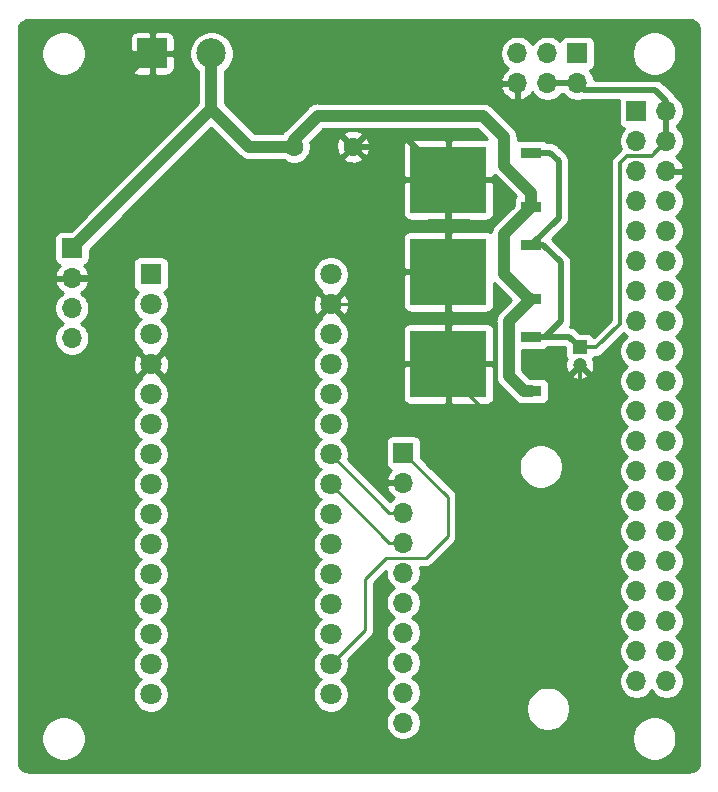
<source format=gbr>
%TF.GenerationSoftware,KiCad,Pcbnew,(5.1.10)-1*%
%TF.CreationDate,2022-04-09T21:30:43-04:00*%
%TF.ProjectId,Pi_HAT,50695f48-4154-42e6-9b69-6361645f7063,rev?*%
%TF.SameCoordinates,Original*%
%TF.FileFunction,Copper,L1,Top*%
%TF.FilePolarity,Positive*%
%FSLAX46Y46*%
G04 Gerber Fmt 4.6, Leading zero omitted, Abs format (unit mm)*
G04 Created by KiCad (PCBNEW (5.1.10)-1) date 2022-04-09 21:30:43*
%MOMM*%
%LPD*%
G01*
G04 APERTURE LIST*
%TA.AperFunction,SMDPad,CuDef*%
%ADD10R,6.490000X5.630000*%
%TD*%
%TA.AperFunction,SMDPad,CuDef*%
%ADD11R,1.730000X0.960000*%
%TD*%
%TA.AperFunction,ComponentPad*%
%ADD12C,2.500000*%
%TD*%
%TA.AperFunction,ComponentPad*%
%ADD13R,2.500000X2.500000*%
%TD*%
%TA.AperFunction,ComponentPad*%
%ADD14O,1.700000X1.700000*%
%TD*%
%TA.AperFunction,ComponentPad*%
%ADD15R,1.700000X1.700000*%
%TD*%
%TA.AperFunction,ComponentPad*%
%ADD16C,1.200000*%
%TD*%
%TA.AperFunction,ComponentPad*%
%ADD17R,1.200000X1.200000*%
%TD*%
%TA.AperFunction,ComponentPad*%
%ADD18C,1.600000*%
%TD*%
%TA.AperFunction,ComponentPad*%
%ADD19C,1.800000*%
%TD*%
%TA.AperFunction,ComponentPad*%
%ADD20R,1.800000X1.800000*%
%TD*%
%TA.AperFunction,ViaPad*%
%ADD21C,0.800000*%
%TD*%
%TA.AperFunction,ViaPad*%
%ADD22C,1.000000*%
%TD*%
%TA.AperFunction,Conductor*%
%ADD23C,0.250000*%
%TD*%
%TA.AperFunction,Conductor*%
%ADD24C,0.500000*%
%TD*%
%TA.AperFunction,Conductor*%
%ADD25C,1.000000*%
%TD*%
%TA.AperFunction,Conductor*%
%ADD26C,0.300000*%
%TD*%
%TA.AperFunction,Conductor*%
%ADD27C,0.254000*%
%TD*%
%TA.AperFunction,Conductor*%
%ADD28C,0.100000*%
%TD*%
G04 APERTURE END LIST*
D10*
%TO.P,VR3,4*%
%TO.N,GND*%
X135080000Y-100800000D03*
D11*
%TO.P,VR3,3*%
%TO.N,/5V*%
X142100000Y-98515000D03*
%TO.P,VR3,1*%
%TO.N,12V*%
X142100000Y-103085000D03*
%TD*%
D10*
%TO.P,VR2,4*%
%TO.N,GND*%
X135080000Y-93000000D03*
D11*
%TO.P,VR2,3*%
%TO.N,/5V*%
X142100000Y-90715000D03*
%TO.P,VR2,1*%
%TO.N,12V*%
X142100000Y-95285000D03*
%TD*%
D10*
%TO.P,VR1,4*%
%TO.N,GND*%
X135080000Y-85200000D03*
D11*
%TO.P,VR1,3*%
%TO.N,/5V*%
X142100000Y-82915000D03*
%TO.P,VR1,1*%
%TO.N,12V*%
X142100000Y-87485000D03*
%TD*%
D12*
%TO.P,J5,2*%
%TO.N,12V*%
X115000000Y-74500000D03*
D13*
%TO.P,J5,1*%
%TO.N,GND*%
X110000000Y-74500000D03*
%TD*%
D14*
%TO.P,J4,4*%
%TO.N,/SCL*%
X103200000Y-98620000D03*
%TO.P,J4,3*%
%TO.N,/SDA*%
X103200000Y-96080000D03*
%TO.P,J4,2*%
%TO.N,GND*%
X103200000Y-93540000D03*
D15*
%TO.P,J4,1*%
%TO.N,12V*%
X103200000Y-91000000D03*
%TD*%
D16*
%TO.P,C2,2*%
%TO.N,GND*%
X146200000Y-100900000D03*
D17*
%TO.P,C2,1*%
%TO.N,/5V*%
X146200000Y-99400000D03*
%TD*%
D18*
%TO.P,C1,2*%
%TO.N,GND*%
X127000000Y-82400000D03*
%TO.P,C1,1*%
%TO.N,12V*%
X122000000Y-82400000D03*
%TD*%
D19*
%TO.P,TB1,30*%
%TO.N,Net-(TB1-Pad30)*%
X125120000Y-93220000D03*
%TO.P,TB1,29*%
%TO.N,GND*%
X125120000Y-95760000D03*
%TO.P,TB1,28*%
%TO.N,Net-(TB1-Pad28)*%
X125120000Y-98300000D03*
%TO.P,TB1,27*%
%TO.N,Net-(TB1-Pad27)*%
X125120000Y-100840000D03*
%TO.P,TB1,26*%
%TO.N,Net-(TB1-Pad26)*%
X125120000Y-103380000D03*
%TO.P,TB1,25*%
%TO.N,Net-(TB1-Pad25)*%
X125120000Y-105920000D03*
%TO.P,TB1,24*%
%TO.N,SCLN*%
X125120000Y-108460000D03*
%TO.P,TB1,23*%
%TO.N,SDAN*%
X125120000Y-111000000D03*
%TO.P,TB1,22*%
%TO.N,Net-(TB1-Pad22)*%
X125120000Y-113540000D03*
%TO.P,TB1,21*%
%TO.N,Net-(TB1-Pad21)*%
X125120000Y-116080000D03*
%TO.P,TB1,20*%
%TO.N,Net-(TB1-Pad20)*%
X125120000Y-118620000D03*
%TO.P,TB1,19*%
%TO.N,Net-(TB1-Pad19)*%
X125120000Y-121160000D03*
%TO.P,TB1,18*%
%TO.N,Net-(TB1-Pad18)*%
X125120000Y-123700000D03*
%TO.P,TB1,17*%
%TO.N,3.3VN*%
X125120000Y-126240000D03*
%TO.P,TB1,16*%
%TO.N,Net-(TB1-Pad16)*%
X125120000Y-128780000D03*
%TO.P,TB1,15*%
%TO.N,Net-(TB1-Pad15)*%
X109880000Y-128780000D03*
%TO.P,TB1,14*%
%TO.N,Net-(TB1-Pad14)*%
X109880000Y-126240000D03*
%TO.P,TB1,13*%
%TO.N,Net-(TB1-Pad13)*%
X109880000Y-123700000D03*
%TO.P,TB1,12*%
%TO.N,Net-(TB1-Pad12)*%
X109880000Y-121160000D03*
%TO.P,TB1,11*%
%TO.N,Net-(TB1-Pad11)*%
X109880000Y-118620000D03*
%TO.P,TB1,10*%
%TO.N,Net-(TB1-Pad10)*%
X109880000Y-116080000D03*
%TO.P,TB1,9*%
%TO.N,Net-(TB1-Pad9)*%
X109880000Y-113540000D03*
%TO.P,TB1,8*%
%TO.N,Net-(TB1-Pad8)*%
X109880000Y-111000000D03*
%TO.P,TB1,7*%
%TO.N,Net-(TB1-Pad7)*%
X109880000Y-108460000D03*
%TO.P,TB1,6*%
%TO.N,Net-(TB1-Pad6)*%
X109880000Y-105920000D03*
%TO.P,TB1,5*%
%TO.N,Net-(TB1-Pad5)*%
X109880000Y-103380000D03*
%TO.P,TB1,4*%
%TO.N,GND*%
X109880000Y-100840000D03*
%TO.P,TB1,3*%
%TO.N,Net-(TB1-Pad28)*%
X109880000Y-98300000D03*
%TO.P,TB1,2*%
%TO.N,Net-(TB1-Pad2)*%
X109880000Y-95760000D03*
D20*
%TO.P,TB1,1*%
%TO.N,Net-(TB1-Pad1)*%
X109880000Y-93220000D03*
%TD*%
D14*
%TO.P,J3,6*%
%TO.N,GND*%
X140920000Y-77040000D03*
%TO.P,J3,5*%
%TO.N,/SCL*%
X140920000Y-74500000D03*
%TO.P,J3,4*%
%TO.N,/5V*%
X143460000Y-77040000D03*
%TO.P,J3,3*%
%TO.N,/SDA*%
X143460000Y-74500000D03*
%TO.P,J3,2*%
%TO.N,/5V*%
X146000000Y-77040000D03*
D15*
%TO.P,J3,1*%
%TO.N,3.3VP*%
X146000000Y-74500000D03*
%TD*%
D14*
%TO.P,J2,40*%
%TO.N,Net-(J2-Pad40)*%
X153540000Y-127660000D03*
%TO.P,J2,39*%
%TO.N,Net-(J2-Pad39)*%
X151000000Y-127660000D03*
%TO.P,J2,38*%
%TO.N,Net-(J2-Pad38)*%
X153540000Y-125120000D03*
%TO.P,J2,37*%
%TO.N,Net-(J2-Pad37)*%
X151000000Y-125120000D03*
%TO.P,J2,36*%
%TO.N,Net-(J2-Pad36)*%
X153540000Y-122580000D03*
%TO.P,J2,35*%
%TO.N,Net-(J2-Pad35)*%
X151000000Y-122580000D03*
%TO.P,J2,34*%
%TO.N,Net-(J2-Pad34)*%
X153540000Y-120040000D03*
%TO.P,J2,33*%
%TO.N,Net-(J2-Pad33)*%
X151000000Y-120040000D03*
%TO.P,J2,32*%
%TO.N,Net-(J2-Pad32)*%
X153540000Y-117500000D03*
%TO.P,J2,31*%
%TO.N,Net-(J2-Pad31)*%
X151000000Y-117500000D03*
%TO.P,J2,30*%
%TO.N,Net-(J2-Pad30)*%
X153540000Y-114960000D03*
%TO.P,J2,29*%
%TO.N,Net-(J2-Pad29)*%
X151000000Y-114960000D03*
%TO.P,J2,28*%
%TO.N,Net-(J2-Pad28)*%
X153540000Y-112420000D03*
%TO.P,J2,27*%
%TO.N,Net-(J2-Pad27)*%
X151000000Y-112420000D03*
%TO.P,J2,26*%
%TO.N,Net-(J2-Pad26)*%
X153540000Y-109880000D03*
%TO.P,J2,25*%
%TO.N,Net-(J2-Pad25)*%
X151000000Y-109880000D03*
%TO.P,J2,24*%
%TO.N,Net-(J2-Pad24)*%
X153540000Y-107340000D03*
%TO.P,J2,23*%
%TO.N,Net-(J2-Pad23)*%
X151000000Y-107340000D03*
%TO.P,J2,22*%
%TO.N,Net-(J2-Pad22)*%
X153540000Y-104800000D03*
%TO.P,J2,21*%
%TO.N,Net-(J2-Pad21)*%
X151000000Y-104800000D03*
%TO.P,J2,20*%
%TO.N,Net-(J2-Pad20)*%
X153540000Y-102260000D03*
%TO.P,J2,19*%
%TO.N,Net-(J2-Pad19)*%
X151000000Y-102260000D03*
%TO.P,J2,18*%
%TO.N,Net-(J2-Pad18)*%
X153540000Y-99720000D03*
%TO.P,J2,17*%
%TO.N,Net-(J2-Pad17)*%
X151000000Y-99720000D03*
%TO.P,J2,16*%
%TO.N,Net-(J2-Pad16)*%
X153540000Y-97180000D03*
%TO.P,J2,15*%
%TO.N,Net-(J2-Pad15)*%
X151000000Y-97180000D03*
%TO.P,J2,14*%
%TO.N,Net-(J2-Pad14)*%
X153540000Y-94640000D03*
%TO.P,J2,13*%
%TO.N,Net-(J2-Pad13)*%
X151000000Y-94640000D03*
%TO.P,J2,12*%
%TO.N,Net-(J2-Pad12)*%
X153540000Y-92100000D03*
%TO.P,J2,11*%
%TO.N,Net-(J2-Pad11)*%
X151000000Y-92100000D03*
%TO.P,J2,10*%
%TO.N,Net-(J2-Pad10)*%
X153540000Y-89560000D03*
%TO.P,J2,9*%
%TO.N,Net-(J2-Pad9)*%
X151000000Y-89560000D03*
%TO.P,J2,8*%
%TO.N,Net-(J2-Pad8)*%
X153540000Y-87020000D03*
%TO.P,J2,7*%
%TO.N,Net-(J2-Pad7)*%
X151000000Y-87020000D03*
%TO.P,J2,6*%
%TO.N,GND*%
X153540000Y-84480000D03*
%TO.P,J2,5*%
%TO.N,/SCL*%
X151000000Y-84480000D03*
%TO.P,J2,4*%
%TO.N,/5V*%
X153540000Y-81940000D03*
%TO.P,J2,3*%
%TO.N,/SDA*%
X151000000Y-81940000D03*
%TO.P,J2,2*%
%TO.N,/5V*%
X153540000Y-79400000D03*
D15*
%TO.P,J2,1*%
%TO.N,3.3VP*%
X151000000Y-79400000D03*
%TD*%
D14*
%TO.P,J1,10*%
%TO.N,Net-(J1-Pad10)*%
X131250000Y-131160000D03*
%TO.P,J1,9*%
%TO.N,Net-(J1-Pad9)*%
X131250000Y-128620000D03*
%TO.P,J1,8*%
%TO.N,Net-(J1-Pad8)*%
X131250000Y-126080000D03*
%TO.P,J1,7*%
%TO.N,Net-(J1-Pad7)*%
X131250000Y-123540000D03*
%TO.P,J1,6*%
%TO.N,Net-(J1-Pad6)*%
X131250000Y-121000000D03*
%TO.P,J1,5*%
%TO.N,Net-(J1-Pad5)*%
X131250000Y-118460000D03*
%TO.P,J1,4*%
%TO.N,SDAN*%
X131250000Y-115920000D03*
%TO.P,J1,3*%
%TO.N,SCLN*%
X131250000Y-113380000D03*
%TO.P,J1,2*%
%TO.N,GND*%
X131250000Y-110840000D03*
D15*
%TO.P,J1,1*%
%TO.N,3.3VN*%
X131250000Y-108300000D03*
%TD*%
D21*
%TO.N,GND*%
X128600000Y-109800000D03*
X127800000Y-95600000D03*
X129600000Y-81800000D03*
D22*
X105200000Y-78800000D03*
D21*
X105800000Y-93800000D03*
X156000000Y-84400000D03*
X140400000Y-79400000D03*
%TD*%
D23*
%TO.N,SDAN*%
X130040000Y-115920000D02*
X131250000Y-115920000D01*
X125120000Y-111000000D02*
X130040000Y-115920000D01*
%TO.N,SCLN*%
X130040000Y-113380000D02*
X131250000Y-113380000D01*
X125120000Y-108460000D02*
X130040000Y-113380000D01*
%TO.N,3.3VN*%
X135000000Y-112050000D02*
X131250000Y-108300000D01*
X135000000Y-115400000D02*
X135000000Y-112050000D01*
X133200000Y-117200000D02*
X135000000Y-115400000D01*
X128000000Y-119000000D02*
X129800000Y-117200000D01*
X128000000Y-123360000D02*
X128000000Y-119000000D01*
X129800000Y-117200000D02*
X133200000Y-117200000D01*
X125120000Y-126240000D02*
X128000000Y-123360000D01*
%TO.N,GND*%
X109880000Y-100840000D02*
X112720000Y-98000000D01*
X122880000Y-98000000D02*
X125120000Y-95760000D01*
X112720000Y-98000000D02*
X122880000Y-98000000D01*
X129640000Y-110840000D02*
X128600000Y-109800000D01*
X131250000Y-110840000D02*
X129640000Y-110840000D01*
X127640000Y-95760000D02*
X127800000Y-95600000D01*
X125120000Y-95760000D02*
X127640000Y-95760000D01*
D24*
X135080000Y-85200000D02*
X135080000Y-93000000D01*
X135080000Y-93000000D02*
X135080000Y-100800000D01*
X127800000Y-95600000D02*
X128400000Y-95600000D01*
X131000000Y-93000000D02*
X135080000Y-93000000D01*
X128400000Y-95600000D02*
X131000000Y-93000000D01*
X129000000Y-82400000D02*
X129600000Y-81800000D01*
X127000000Y-82400000D02*
X129000000Y-82400000D01*
X131680000Y-81800000D02*
X135080000Y-85200000D01*
X129600000Y-81800000D02*
X131680000Y-81800000D01*
D25*
X109500000Y-74500000D02*
X105200000Y-78800000D01*
X110000000Y-74500000D02*
X109500000Y-74500000D01*
D24*
X105540000Y-93540000D02*
X105800000Y-93800000D01*
X103200000Y-93540000D02*
X105540000Y-93540000D01*
D26*
X135080000Y-100800000D02*
X135080000Y-101680000D01*
X135080000Y-101680000D02*
X138200000Y-104800000D01*
X138200000Y-104800000D02*
X143800000Y-104800000D01*
X146200000Y-102400000D02*
X146200000Y-100900000D01*
X143800000Y-104800000D02*
X146200000Y-102400000D01*
X155920000Y-84480000D02*
X156000000Y-84400000D01*
X153540000Y-84480000D02*
X155920000Y-84480000D01*
X140920000Y-78880000D02*
X140400000Y-79400000D01*
X140920000Y-77040000D02*
X140920000Y-78880000D01*
D25*
%TO.N,12V*%
X115000000Y-79200000D02*
X115000000Y-74500000D01*
X103200000Y-91000000D02*
X115000000Y-79200000D01*
X118200000Y-82400000D02*
X115000000Y-79200000D01*
X122000000Y-82400000D02*
X118200000Y-82400000D01*
X142100000Y-103085000D02*
X141485000Y-103085000D01*
X141485000Y-103085000D02*
X140200000Y-101800000D01*
X140200000Y-97185000D02*
X142100000Y-95285000D01*
X140200000Y-101800000D02*
X140200000Y-97185000D01*
X142100000Y-95285000D02*
X141885000Y-95285000D01*
X141885000Y-95285000D02*
X139800000Y-93200000D01*
X139800000Y-89785000D02*
X142100000Y-87485000D01*
X139800000Y-93200000D02*
X139800000Y-89785000D01*
X142100000Y-87485000D02*
X142100000Y-86300000D01*
X142100000Y-86300000D02*
X139800000Y-84000000D01*
X139800000Y-84000000D02*
X139800000Y-81600000D01*
X139800000Y-81600000D02*
X138000000Y-79800000D01*
X138000000Y-79800000D02*
X124000000Y-79800000D01*
X122000000Y-81800000D02*
X122000000Y-82400000D01*
X124000000Y-79800000D02*
X122000000Y-81800000D01*
D24*
%TO.N,/5V*%
X145315000Y-98515000D02*
X146200000Y-99400000D01*
D26*
X146200000Y-99400000D02*
X147600000Y-99400000D01*
X147600000Y-99400000D02*
X149600000Y-97400000D01*
X149600000Y-97400000D02*
X149600000Y-83800000D01*
X152280000Y-83200000D02*
X153540000Y-81940000D01*
X150200000Y-83200000D02*
X152280000Y-83200000D01*
D24*
X153540000Y-79400000D02*
X153540000Y-81940000D01*
X143460000Y-77040000D02*
X146000000Y-77040000D01*
D26*
X149600000Y-83800000D02*
X150200000Y-83200000D01*
D24*
X153540000Y-79400000D02*
X153540000Y-78540000D01*
X153540000Y-78540000D02*
X152600000Y-77600000D01*
X146560000Y-77600000D02*
X146000000Y-77040000D01*
X152600000Y-77600000D02*
X146560000Y-77600000D01*
X142100000Y-82915000D02*
X143715000Y-82915000D01*
X143715000Y-82915000D02*
X144400000Y-83600000D01*
X144400000Y-88415000D02*
X142100000Y-90715000D01*
X144400000Y-83600000D02*
X144400000Y-88415000D01*
X142100000Y-90715000D02*
X143115000Y-90715000D01*
X143115000Y-90715000D02*
X144600000Y-92200000D01*
X144600000Y-97200000D02*
X143285000Y-98515000D01*
X144600000Y-92200000D02*
X144600000Y-97200000D01*
X143285000Y-98515000D02*
X145315000Y-98515000D01*
X142100000Y-98515000D02*
X143285000Y-98515000D01*
%TD*%
D27*
%TO.N,GND*%
X155657663Y-71703744D02*
X155809322Y-71749532D01*
X155949195Y-71823905D01*
X156071961Y-71924030D01*
X156172941Y-72046094D01*
X156248291Y-72185450D01*
X156295136Y-72336781D01*
X156315000Y-72525782D01*
X156315001Y-134466487D01*
X156296256Y-134657662D01*
X156250467Y-134809322D01*
X156176097Y-134949193D01*
X156075969Y-135071962D01*
X155953906Y-135172941D01*
X155814550Y-135248291D01*
X155663219Y-135295136D01*
X155474218Y-135315000D01*
X99533503Y-135315000D01*
X99342338Y-135296256D01*
X99190678Y-135250467D01*
X99050807Y-135176097D01*
X98928038Y-135075969D01*
X98827059Y-134953906D01*
X98751709Y-134814550D01*
X98704864Y-134663219D01*
X98685000Y-134474218D01*
X98685000Y-132314344D01*
X100615000Y-132314344D01*
X100615000Y-132685656D01*
X100687439Y-133049834D01*
X100829534Y-133392882D01*
X101035825Y-133701618D01*
X101298382Y-133964175D01*
X101607118Y-134170466D01*
X101950166Y-134312561D01*
X102314344Y-134385000D01*
X102685656Y-134385000D01*
X103049834Y-134312561D01*
X103392882Y-134170466D01*
X103701618Y-133964175D01*
X103964175Y-133701618D01*
X104170466Y-133392882D01*
X104312561Y-133049834D01*
X104385000Y-132685656D01*
X104385000Y-132314344D01*
X104312561Y-131950166D01*
X104170466Y-131607118D01*
X103964175Y-131298382D01*
X103701618Y-131035825D01*
X103392882Y-130829534D01*
X103049834Y-130687439D01*
X102685656Y-130615000D01*
X102314344Y-130615000D01*
X101950166Y-130687439D01*
X101607118Y-130829534D01*
X101298382Y-131035825D01*
X101035825Y-131298382D01*
X100829534Y-131607118D01*
X100687439Y-131950166D01*
X100615000Y-132314344D01*
X98685000Y-132314344D01*
X98685000Y-103228816D01*
X108345000Y-103228816D01*
X108345000Y-103531184D01*
X108403989Y-103827743D01*
X108519701Y-104107095D01*
X108687688Y-104358505D01*
X108901495Y-104572312D01*
X109017763Y-104650000D01*
X108901495Y-104727688D01*
X108687688Y-104941495D01*
X108519701Y-105192905D01*
X108403989Y-105472257D01*
X108345000Y-105768816D01*
X108345000Y-106071184D01*
X108403989Y-106367743D01*
X108519701Y-106647095D01*
X108687688Y-106898505D01*
X108901495Y-107112312D01*
X109017763Y-107190000D01*
X108901495Y-107267688D01*
X108687688Y-107481495D01*
X108519701Y-107732905D01*
X108403989Y-108012257D01*
X108345000Y-108308816D01*
X108345000Y-108611184D01*
X108403989Y-108907743D01*
X108519701Y-109187095D01*
X108687688Y-109438505D01*
X108901495Y-109652312D01*
X109017763Y-109730000D01*
X108901495Y-109807688D01*
X108687688Y-110021495D01*
X108519701Y-110272905D01*
X108403989Y-110552257D01*
X108345000Y-110848816D01*
X108345000Y-111151184D01*
X108403989Y-111447743D01*
X108519701Y-111727095D01*
X108687688Y-111978505D01*
X108901495Y-112192312D01*
X109017763Y-112270000D01*
X108901495Y-112347688D01*
X108687688Y-112561495D01*
X108519701Y-112812905D01*
X108403989Y-113092257D01*
X108345000Y-113388816D01*
X108345000Y-113691184D01*
X108403989Y-113987743D01*
X108519701Y-114267095D01*
X108687688Y-114518505D01*
X108901495Y-114732312D01*
X109017763Y-114810000D01*
X108901495Y-114887688D01*
X108687688Y-115101495D01*
X108519701Y-115352905D01*
X108403989Y-115632257D01*
X108345000Y-115928816D01*
X108345000Y-116231184D01*
X108403989Y-116527743D01*
X108519701Y-116807095D01*
X108687688Y-117058505D01*
X108901495Y-117272312D01*
X109017763Y-117350000D01*
X108901495Y-117427688D01*
X108687688Y-117641495D01*
X108519701Y-117892905D01*
X108403989Y-118172257D01*
X108345000Y-118468816D01*
X108345000Y-118771184D01*
X108403989Y-119067743D01*
X108519701Y-119347095D01*
X108687688Y-119598505D01*
X108901495Y-119812312D01*
X109017763Y-119890000D01*
X108901495Y-119967688D01*
X108687688Y-120181495D01*
X108519701Y-120432905D01*
X108403989Y-120712257D01*
X108345000Y-121008816D01*
X108345000Y-121311184D01*
X108403989Y-121607743D01*
X108519701Y-121887095D01*
X108687688Y-122138505D01*
X108901495Y-122352312D01*
X109017763Y-122430000D01*
X108901495Y-122507688D01*
X108687688Y-122721495D01*
X108519701Y-122972905D01*
X108403989Y-123252257D01*
X108345000Y-123548816D01*
X108345000Y-123851184D01*
X108403989Y-124147743D01*
X108519701Y-124427095D01*
X108687688Y-124678505D01*
X108901495Y-124892312D01*
X109017763Y-124970000D01*
X108901495Y-125047688D01*
X108687688Y-125261495D01*
X108519701Y-125512905D01*
X108403989Y-125792257D01*
X108345000Y-126088816D01*
X108345000Y-126391184D01*
X108403989Y-126687743D01*
X108519701Y-126967095D01*
X108687688Y-127218505D01*
X108901495Y-127432312D01*
X109017763Y-127510000D01*
X108901495Y-127587688D01*
X108687688Y-127801495D01*
X108519701Y-128052905D01*
X108403989Y-128332257D01*
X108345000Y-128628816D01*
X108345000Y-128931184D01*
X108403989Y-129227743D01*
X108519701Y-129507095D01*
X108687688Y-129758505D01*
X108901495Y-129972312D01*
X109152905Y-130140299D01*
X109432257Y-130256011D01*
X109728816Y-130315000D01*
X110031184Y-130315000D01*
X110327743Y-130256011D01*
X110607095Y-130140299D01*
X110858505Y-129972312D01*
X111072312Y-129758505D01*
X111240299Y-129507095D01*
X111356011Y-129227743D01*
X111415000Y-128931184D01*
X111415000Y-128628816D01*
X111356011Y-128332257D01*
X111240299Y-128052905D01*
X111072312Y-127801495D01*
X110858505Y-127587688D01*
X110742237Y-127510000D01*
X110858505Y-127432312D01*
X111072312Y-127218505D01*
X111240299Y-126967095D01*
X111356011Y-126687743D01*
X111415000Y-126391184D01*
X111415000Y-126088816D01*
X111356011Y-125792257D01*
X111240299Y-125512905D01*
X111072312Y-125261495D01*
X110858505Y-125047688D01*
X110742237Y-124970000D01*
X110858505Y-124892312D01*
X111072312Y-124678505D01*
X111240299Y-124427095D01*
X111356011Y-124147743D01*
X111415000Y-123851184D01*
X111415000Y-123548816D01*
X111356011Y-123252257D01*
X111240299Y-122972905D01*
X111072312Y-122721495D01*
X110858505Y-122507688D01*
X110742237Y-122430000D01*
X110858505Y-122352312D01*
X111072312Y-122138505D01*
X111240299Y-121887095D01*
X111356011Y-121607743D01*
X111415000Y-121311184D01*
X111415000Y-121008816D01*
X111356011Y-120712257D01*
X111240299Y-120432905D01*
X111072312Y-120181495D01*
X110858505Y-119967688D01*
X110742237Y-119890000D01*
X110858505Y-119812312D01*
X111072312Y-119598505D01*
X111240299Y-119347095D01*
X111356011Y-119067743D01*
X111415000Y-118771184D01*
X111415000Y-118468816D01*
X111356011Y-118172257D01*
X111240299Y-117892905D01*
X111072312Y-117641495D01*
X110858505Y-117427688D01*
X110742237Y-117350000D01*
X110858505Y-117272312D01*
X111072312Y-117058505D01*
X111240299Y-116807095D01*
X111356011Y-116527743D01*
X111415000Y-116231184D01*
X111415000Y-115928816D01*
X111356011Y-115632257D01*
X111240299Y-115352905D01*
X111072312Y-115101495D01*
X110858505Y-114887688D01*
X110742237Y-114810000D01*
X110858505Y-114732312D01*
X111072312Y-114518505D01*
X111240299Y-114267095D01*
X111356011Y-113987743D01*
X111415000Y-113691184D01*
X111415000Y-113388816D01*
X111356011Y-113092257D01*
X111240299Y-112812905D01*
X111072312Y-112561495D01*
X110858505Y-112347688D01*
X110742237Y-112270000D01*
X110858505Y-112192312D01*
X111072312Y-111978505D01*
X111240299Y-111727095D01*
X111356011Y-111447743D01*
X111415000Y-111151184D01*
X111415000Y-110848816D01*
X111356011Y-110552257D01*
X111240299Y-110272905D01*
X111072312Y-110021495D01*
X110858505Y-109807688D01*
X110742237Y-109730000D01*
X110858505Y-109652312D01*
X111072312Y-109438505D01*
X111240299Y-109187095D01*
X111356011Y-108907743D01*
X111415000Y-108611184D01*
X111415000Y-108308816D01*
X111356011Y-108012257D01*
X111240299Y-107732905D01*
X111072312Y-107481495D01*
X110858505Y-107267688D01*
X110742237Y-107190000D01*
X110858505Y-107112312D01*
X111072312Y-106898505D01*
X111240299Y-106647095D01*
X111356011Y-106367743D01*
X111415000Y-106071184D01*
X111415000Y-105768816D01*
X111356011Y-105472257D01*
X111240299Y-105192905D01*
X111072312Y-104941495D01*
X110858505Y-104727688D01*
X110742237Y-104650000D01*
X110858505Y-104572312D01*
X111072312Y-104358505D01*
X111240299Y-104107095D01*
X111356011Y-103827743D01*
X111415000Y-103531184D01*
X111415000Y-103228816D01*
X111356011Y-102932257D01*
X111240299Y-102652905D01*
X111072312Y-102401495D01*
X110858505Y-102187688D01*
X110704895Y-102085049D01*
X110764475Y-101904080D01*
X109880000Y-101019605D01*
X108995525Y-101904080D01*
X109055105Y-102085049D01*
X108901495Y-102187688D01*
X108687688Y-102401495D01*
X108519701Y-102652905D01*
X108403989Y-102932257D01*
X108345000Y-103228816D01*
X98685000Y-103228816D01*
X98685000Y-100906553D01*
X108339009Y-100906553D01*
X108381603Y-101205907D01*
X108481778Y-101491199D01*
X108561739Y-101640792D01*
X108815920Y-101724475D01*
X109700395Y-100840000D01*
X110059605Y-100840000D01*
X110944080Y-101724475D01*
X111198261Y-101640792D01*
X111329158Y-101368225D01*
X111404365Y-101075358D01*
X111420991Y-100773447D01*
X111378397Y-100474093D01*
X111278222Y-100188801D01*
X111198261Y-100039208D01*
X110944080Y-99955525D01*
X110059605Y-100840000D01*
X109700395Y-100840000D01*
X108815920Y-99955525D01*
X108561739Y-100039208D01*
X108430842Y-100311775D01*
X108355635Y-100604642D01*
X108339009Y-100906553D01*
X98685000Y-100906553D01*
X98685000Y-95933740D01*
X101715000Y-95933740D01*
X101715000Y-96226260D01*
X101772068Y-96513158D01*
X101884010Y-96783411D01*
X102046525Y-97026632D01*
X102253368Y-97233475D01*
X102427760Y-97350000D01*
X102253368Y-97466525D01*
X102046525Y-97673368D01*
X101884010Y-97916589D01*
X101772068Y-98186842D01*
X101715000Y-98473740D01*
X101715000Y-98766260D01*
X101772068Y-99053158D01*
X101884010Y-99323411D01*
X102046525Y-99566632D01*
X102253368Y-99773475D01*
X102496589Y-99935990D01*
X102766842Y-100047932D01*
X103053740Y-100105000D01*
X103346260Y-100105000D01*
X103633158Y-100047932D01*
X103903411Y-99935990D01*
X104146632Y-99773475D01*
X104353475Y-99566632D01*
X104515990Y-99323411D01*
X104627932Y-99053158D01*
X104685000Y-98766260D01*
X104685000Y-98473740D01*
X104627932Y-98186842D01*
X104515990Y-97916589D01*
X104353475Y-97673368D01*
X104146632Y-97466525D01*
X103972240Y-97350000D01*
X104146632Y-97233475D01*
X104353475Y-97026632D01*
X104515990Y-96783411D01*
X104627932Y-96513158D01*
X104685000Y-96226260D01*
X104685000Y-95933740D01*
X104627932Y-95646842D01*
X104515990Y-95376589D01*
X104353475Y-95133368D01*
X104146632Y-94926525D01*
X103964466Y-94804805D01*
X104081355Y-94735178D01*
X104297588Y-94540269D01*
X104471641Y-94306920D01*
X104596825Y-94044099D01*
X104641476Y-93896890D01*
X104520155Y-93667000D01*
X103327000Y-93667000D01*
X103327000Y-93687000D01*
X103073000Y-93687000D01*
X103073000Y-93667000D01*
X101879845Y-93667000D01*
X101758524Y-93896890D01*
X101803175Y-94044099D01*
X101928359Y-94306920D01*
X102102412Y-94540269D01*
X102318645Y-94735178D01*
X102435534Y-94804805D01*
X102253368Y-94926525D01*
X102046525Y-95133368D01*
X101884010Y-95376589D01*
X101772068Y-95646842D01*
X101715000Y-95933740D01*
X98685000Y-95933740D01*
X98685000Y-90150000D01*
X101711928Y-90150000D01*
X101711928Y-91850000D01*
X101724188Y-91974482D01*
X101760498Y-92094180D01*
X101819463Y-92204494D01*
X101898815Y-92301185D01*
X101995506Y-92380537D01*
X102105820Y-92439502D01*
X102186466Y-92463966D01*
X102102412Y-92539731D01*
X101928359Y-92773080D01*
X101803175Y-93035901D01*
X101758524Y-93183110D01*
X101879845Y-93413000D01*
X103073000Y-93413000D01*
X103073000Y-93393000D01*
X103327000Y-93393000D01*
X103327000Y-93413000D01*
X104520155Y-93413000D01*
X104641476Y-93183110D01*
X104596825Y-93035901D01*
X104471641Y-92773080D01*
X104297588Y-92539731D01*
X104213534Y-92463966D01*
X104294180Y-92439502D01*
X104404494Y-92380537D01*
X104478258Y-92320000D01*
X108341928Y-92320000D01*
X108341928Y-94120000D01*
X108354188Y-94244482D01*
X108390498Y-94364180D01*
X108449463Y-94474494D01*
X108528815Y-94571185D01*
X108625506Y-94650537D01*
X108735820Y-94709502D01*
X108754127Y-94715056D01*
X108687688Y-94781495D01*
X108519701Y-95032905D01*
X108403989Y-95312257D01*
X108345000Y-95608816D01*
X108345000Y-95911184D01*
X108403989Y-96207743D01*
X108519701Y-96487095D01*
X108687688Y-96738505D01*
X108901495Y-96952312D01*
X109017763Y-97030000D01*
X108901495Y-97107688D01*
X108687688Y-97321495D01*
X108519701Y-97572905D01*
X108403989Y-97852257D01*
X108345000Y-98148816D01*
X108345000Y-98451184D01*
X108403989Y-98747743D01*
X108519701Y-99027095D01*
X108687688Y-99278505D01*
X108901495Y-99492312D01*
X109055105Y-99594951D01*
X108995525Y-99775920D01*
X109880000Y-100660395D01*
X110764475Y-99775920D01*
X110704895Y-99594951D01*
X110858505Y-99492312D01*
X111072312Y-99278505D01*
X111240299Y-99027095D01*
X111356011Y-98747743D01*
X111415000Y-98451184D01*
X111415000Y-98148816D01*
X123585000Y-98148816D01*
X123585000Y-98451184D01*
X123643989Y-98747743D01*
X123759701Y-99027095D01*
X123927688Y-99278505D01*
X124141495Y-99492312D01*
X124257763Y-99570000D01*
X124141495Y-99647688D01*
X123927688Y-99861495D01*
X123759701Y-100112905D01*
X123643989Y-100392257D01*
X123585000Y-100688816D01*
X123585000Y-100991184D01*
X123643989Y-101287743D01*
X123759701Y-101567095D01*
X123927688Y-101818505D01*
X124141495Y-102032312D01*
X124257763Y-102110000D01*
X124141495Y-102187688D01*
X123927688Y-102401495D01*
X123759701Y-102652905D01*
X123643989Y-102932257D01*
X123585000Y-103228816D01*
X123585000Y-103531184D01*
X123643989Y-103827743D01*
X123759701Y-104107095D01*
X123927688Y-104358505D01*
X124141495Y-104572312D01*
X124257763Y-104650000D01*
X124141495Y-104727688D01*
X123927688Y-104941495D01*
X123759701Y-105192905D01*
X123643989Y-105472257D01*
X123585000Y-105768816D01*
X123585000Y-106071184D01*
X123643989Y-106367743D01*
X123759701Y-106647095D01*
X123927688Y-106898505D01*
X124141495Y-107112312D01*
X124257763Y-107190000D01*
X124141495Y-107267688D01*
X123927688Y-107481495D01*
X123759701Y-107732905D01*
X123643989Y-108012257D01*
X123585000Y-108308816D01*
X123585000Y-108611184D01*
X123643989Y-108907743D01*
X123759701Y-109187095D01*
X123927688Y-109438505D01*
X124141495Y-109652312D01*
X124257763Y-109730000D01*
X124141495Y-109807688D01*
X123927688Y-110021495D01*
X123759701Y-110272905D01*
X123643989Y-110552257D01*
X123585000Y-110848816D01*
X123585000Y-111151184D01*
X123643989Y-111447743D01*
X123759701Y-111727095D01*
X123927688Y-111978505D01*
X124141495Y-112192312D01*
X124257763Y-112270000D01*
X124141495Y-112347688D01*
X123927688Y-112561495D01*
X123759701Y-112812905D01*
X123643989Y-113092257D01*
X123585000Y-113388816D01*
X123585000Y-113691184D01*
X123643989Y-113987743D01*
X123759701Y-114267095D01*
X123927688Y-114518505D01*
X124141495Y-114732312D01*
X124257763Y-114810000D01*
X124141495Y-114887688D01*
X123927688Y-115101495D01*
X123759701Y-115352905D01*
X123643989Y-115632257D01*
X123585000Y-115928816D01*
X123585000Y-116231184D01*
X123643989Y-116527743D01*
X123759701Y-116807095D01*
X123927688Y-117058505D01*
X124141495Y-117272312D01*
X124257763Y-117350000D01*
X124141495Y-117427688D01*
X123927688Y-117641495D01*
X123759701Y-117892905D01*
X123643989Y-118172257D01*
X123585000Y-118468816D01*
X123585000Y-118771184D01*
X123643989Y-119067743D01*
X123759701Y-119347095D01*
X123927688Y-119598505D01*
X124141495Y-119812312D01*
X124257763Y-119890000D01*
X124141495Y-119967688D01*
X123927688Y-120181495D01*
X123759701Y-120432905D01*
X123643989Y-120712257D01*
X123585000Y-121008816D01*
X123585000Y-121311184D01*
X123643989Y-121607743D01*
X123759701Y-121887095D01*
X123927688Y-122138505D01*
X124141495Y-122352312D01*
X124257763Y-122430000D01*
X124141495Y-122507688D01*
X123927688Y-122721495D01*
X123759701Y-122972905D01*
X123643989Y-123252257D01*
X123585000Y-123548816D01*
X123585000Y-123851184D01*
X123643989Y-124147743D01*
X123759701Y-124427095D01*
X123927688Y-124678505D01*
X124141495Y-124892312D01*
X124257763Y-124970000D01*
X124141495Y-125047688D01*
X123927688Y-125261495D01*
X123759701Y-125512905D01*
X123643989Y-125792257D01*
X123585000Y-126088816D01*
X123585000Y-126391184D01*
X123643989Y-126687743D01*
X123759701Y-126967095D01*
X123927688Y-127218505D01*
X124141495Y-127432312D01*
X124257763Y-127510000D01*
X124141495Y-127587688D01*
X123927688Y-127801495D01*
X123759701Y-128052905D01*
X123643989Y-128332257D01*
X123585000Y-128628816D01*
X123585000Y-128931184D01*
X123643989Y-129227743D01*
X123759701Y-129507095D01*
X123927688Y-129758505D01*
X124141495Y-129972312D01*
X124392905Y-130140299D01*
X124672257Y-130256011D01*
X124968816Y-130315000D01*
X125271184Y-130315000D01*
X125567743Y-130256011D01*
X125847095Y-130140299D01*
X126098505Y-129972312D01*
X126312312Y-129758505D01*
X126480299Y-129507095D01*
X126596011Y-129227743D01*
X126655000Y-128931184D01*
X126655000Y-128628816D01*
X126596011Y-128332257D01*
X126480299Y-128052905D01*
X126312312Y-127801495D01*
X126098505Y-127587688D01*
X125982237Y-127510000D01*
X126098505Y-127432312D01*
X126312312Y-127218505D01*
X126480299Y-126967095D01*
X126596011Y-126687743D01*
X126655000Y-126391184D01*
X126655000Y-126088816D01*
X126603731Y-125831070D01*
X128511004Y-123923798D01*
X128540001Y-123900001D01*
X128618779Y-123804010D01*
X128634974Y-123784277D01*
X128705546Y-123652247D01*
X128710778Y-123635000D01*
X128749003Y-123508986D01*
X128760000Y-123397333D01*
X128760000Y-123397324D01*
X128763676Y-123360001D01*
X128760000Y-123322678D01*
X128760000Y-119314801D01*
X129765978Y-118308825D01*
X129765000Y-118313740D01*
X129765000Y-118606260D01*
X129822068Y-118893158D01*
X129934010Y-119163411D01*
X130096525Y-119406632D01*
X130303368Y-119613475D01*
X130477760Y-119730000D01*
X130303368Y-119846525D01*
X130096525Y-120053368D01*
X129934010Y-120296589D01*
X129822068Y-120566842D01*
X129765000Y-120853740D01*
X129765000Y-121146260D01*
X129822068Y-121433158D01*
X129934010Y-121703411D01*
X130096525Y-121946632D01*
X130303368Y-122153475D01*
X130477760Y-122270000D01*
X130303368Y-122386525D01*
X130096525Y-122593368D01*
X129934010Y-122836589D01*
X129822068Y-123106842D01*
X129765000Y-123393740D01*
X129765000Y-123686260D01*
X129822068Y-123973158D01*
X129934010Y-124243411D01*
X130096525Y-124486632D01*
X130303368Y-124693475D01*
X130477760Y-124810000D01*
X130303368Y-124926525D01*
X130096525Y-125133368D01*
X129934010Y-125376589D01*
X129822068Y-125646842D01*
X129765000Y-125933740D01*
X129765000Y-126226260D01*
X129822068Y-126513158D01*
X129934010Y-126783411D01*
X130096525Y-127026632D01*
X130303368Y-127233475D01*
X130477760Y-127350000D01*
X130303368Y-127466525D01*
X130096525Y-127673368D01*
X129934010Y-127916589D01*
X129822068Y-128186842D01*
X129765000Y-128473740D01*
X129765000Y-128766260D01*
X129822068Y-129053158D01*
X129934010Y-129323411D01*
X130096525Y-129566632D01*
X130303368Y-129773475D01*
X130477760Y-129890000D01*
X130303368Y-130006525D01*
X130096525Y-130213368D01*
X129934010Y-130456589D01*
X129822068Y-130726842D01*
X129765000Y-131013740D01*
X129765000Y-131306260D01*
X129822068Y-131593158D01*
X129934010Y-131863411D01*
X130096525Y-132106632D01*
X130303368Y-132313475D01*
X130546589Y-132475990D01*
X130816842Y-132587932D01*
X131103740Y-132645000D01*
X131396260Y-132645000D01*
X131683158Y-132587932D01*
X131953411Y-132475990D01*
X132195331Y-132314344D01*
X150615000Y-132314344D01*
X150615000Y-132685656D01*
X150687439Y-133049834D01*
X150829534Y-133392882D01*
X151035825Y-133701618D01*
X151298382Y-133964175D01*
X151607118Y-134170466D01*
X151950166Y-134312561D01*
X152314344Y-134385000D01*
X152685656Y-134385000D01*
X153049834Y-134312561D01*
X153392882Y-134170466D01*
X153701618Y-133964175D01*
X153964175Y-133701618D01*
X154170466Y-133392882D01*
X154312561Y-133049834D01*
X154385000Y-132685656D01*
X154385000Y-132314344D01*
X154312561Y-131950166D01*
X154170466Y-131607118D01*
X153964175Y-131298382D01*
X153701618Y-131035825D01*
X153392882Y-130829534D01*
X153049834Y-130687439D01*
X152685656Y-130615000D01*
X152314344Y-130615000D01*
X151950166Y-130687439D01*
X151607118Y-130829534D01*
X151298382Y-131035825D01*
X151035825Y-131298382D01*
X150829534Y-131607118D01*
X150687439Y-131950166D01*
X150615000Y-132314344D01*
X132195331Y-132314344D01*
X132196632Y-132313475D01*
X132403475Y-132106632D01*
X132565990Y-131863411D01*
X132677932Y-131593158D01*
X132735000Y-131306260D01*
X132735000Y-131013740D01*
X132677932Y-130726842D01*
X132565990Y-130456589D01*
X132403475Y-130213368D01*
X132196632Y-130006525D01*
X132022240Y-129890000D01*
X132135467Y-129814344D01*
X141615000Y-129814344D01*
X141615000Y-130185656D01*
X141687439Y-130549834D01*
X141829534Y-130892882D01*
X142035825Y-131201618D01*
X142298382Y-131464175D01*
X142607118Y-131670466D01*
X142950166Y-131812561D01*
X143314344Y-131885000D01*
X143685656Y-131885000D01*
X144049834Y-131812561D01*
X144392882Y-131670466D01*
X144701618Y-131464175D01*
X144964175Y-131201618D01*
X145170466Y-130892882D01*
X145312561Y-130549834D01*
X145385000Y-130185656D01*
X145385000Y-129814344D01*
X145312561Y-129450166D01*
X145170466Y-129107118D01*
X144964175Y-128798382D01*
X144701618Y-128535825D01*
X144392882Y-128329534D01*
X144049834Y-128187439D01*
X143685656Y-128115000D01*
X143314344Y-128115000D01*
X142950166Y-128187439D01*
X142607118Y-128329534D01*
X142298382Y-128535825D01*
X142035825Y-128798382D01*
X141829534Y-129107118D01*
X141687439Y-129450166D01*
X141615000Y-129814344D01*
X132135467Y-129814344D01*
X132196632Y-129773475D01*
X132403475Y-129566632D01*
X132565990Y-129323411D01*
X132677932Y-129053158D01*
X132735000Y-128766260D01*
X132735000Y-128473740D01*
X132677932Y-128186842D01*
X132565990Y-127916589D01*
X132403475Y-127673368D01*
X132196632Y-127466525D01*
X132022240Y-127350000D01*
X132196632Y-127233475D01*
X132403475Y-127026632D01*
X132565990Y-126783411D01*
X132677932Y-126513158D01*
X132735000Y-126226260D01*
X132735000Y-125933740D01*
X132677932Y-125646842D01*
X132565990Y-125376589D01*
X132403475Y-125133368D01*
X132196632Y-124926525D01*
X132022240Y-124810000D01*
X132196632Y-124693475D01*
X132403475Y-124486632D01*
X132565990Y-124243411D01*
X132677932Y-123973158D01*
X132735000Y-123686260D01*
X132735000Y-123393740D01*
X132677932Y-123106842D01*
X132565990Y-122836589D01*
X132403475Y-122593368D01*
X132196632Y-122386525D01*
X132022240Y-122270000D01*
X132196632Y-122153475D01*
X132403475Y-121946632D01*
X132565990Y-121703411D01*
X132677932Y-121433158D01*
X132735000Y-121146260D01*
X132735000Y-120853740D01*
X132677932Y-120566842D01*
X132565990Y-120296589D01*
X132403475Y-120053368D01*
X132196632Y-119846525D01*
X132022240Y-119730000D01*
X132196632Y-119613475D01*
X132403475Y-119406632D01*
X132565990Y-119163411D01*
X132677932Y-118893158D01*
X132735000Y-118606260D01*
X132735000Y-118313740D01*
X132677932Y-118026842D01*
X132650245Y-117960000D01*
X133162678Y-117960000D01*
X133200000Y-117963676D01*
X133237322Y-117960000D01*
X133237333Y-117960000D01*
X133348986Y-117949003D01*
X133492247Y-117905546D01*
X133624276Y-117834974D01*
X133740001Y-117740001D01*
X133763803Y-117710998D01*
X135511009Y-115963794D01*
X135540001Y-115940001D01*
X135563795Y-115911008D01*
X135563799Y-115911004D01*
X135634973Y-115824277D01*
X135634974Y-115824276D01*
X135705546Y-115692247D01*
X135749003Y-115548986D01*
X135760000Y-115437333D01*
X135760000Y-115437324D01*
X135763676Y-115400001D01*
X135760000Y-115362678D01*
X135760000Y-112087323D01*
X135763676Y-112050000D01*
X135760000Y-112012677D01*
X135760000Y-112012667D01*
X135749003Y-111901014D01*
X135705546Y-111757753D01*
X135634974Y-111625724D01*
X135540001Y-111509999D01*
X135511003Y-111486201D01*
X133339146Y-109314344D01*
X141015000Y-109314344D01*
X141015000Y-109685656D01*
X141087439Y-110049834D01*
X141229534Y-110392882D01*
X141435825Y-110701618D01*
X141698382Y-110964175D01*
X142007118Y-111170466D01*
X142350166Y-111312561D01*
X142714344Y-111385000D01*
X143085656Y-111385000D01*
X143449834Y-111312561D01*
X143792882Y-111170466D01*
X144101618Y-110964175D01*
X144364175Y-110701618D01*
X144570466Y-110392882D01*
X144712561Y-110049834D01*
X144785000Y-109685656D01*
X144785000Y-109314344D01*
X144712561Y-108950166D01*
X144570466Y-108607118D01*
X144364175Y-108298382D01*
X144101618Y-108035825D01*
X143792882Y-107829534D01*
X143449834Y-107687439D01*
X143085656Y-107615000D01*
X142714344Y-107615000D01*
X142350166Y-107687439D01*
X142007118Y-107829534D01*
X141698382Y-108035825D01*
X141435825Y-108298382D01*
X141229534Y-108607118D01*
X141087439Y-108950166D01*
X141015000Y-109314344D01*
X133339146Y-109314344D01*
X132738072Y-108713271D01*
X132738072Y-107450000D01*
X132725812Y-107325518D01*
X132689502Y-107205820D01*
X132630537Y-107095506D01*
X132551185Y-106998815D01*
X132454494Y-106919463D01*
X132344180Y-106860498D01*
X132224482Y-106824188D01*
X132100000Y-106811928D01*
X130400000Y-106811928D01*
X130275518Y-106824188D01*
X130155820Y-106860498D01*
X130045506Y-106919463D01*
X129948815Y-106998815D01*
X129869463Y-107095506D01*
X129810498Y-107205820D01*
X129774188Y-107325518D01*
X129761928Y-107450000D01*
X129761928Y-109150000D01*
X129774188Y-109274482D01*
X129810498Y-109394180D01*
X129869463Y-109504494D01*
X129948815Y-109601185D01*
X130045506Y-109680537D01*
X130155820Y-109739502D01*
X130236466Y-109763966D01*
X130152412Y-109839731D01*
X129978359Y-110073080D01*
X129853175Y-110335901D01*
X129808524Y-110483110D01*
X129929845Y-110713000D01*
X131123000Y-110713000D01*
X131123000Y-110693000D01*
X131377000Y-110693000D01*
X131377000Y-110713000D01*
X131397000Y-110713000D01*
X131397000Y-110967000D01*
X131377000Y-110967000D01*
X131377000Y-110987000D01*
X131123000Y-110987000D01*
X131123000Y-110967000D01*
X129929845Y-110967000D01*
X129808524Y-111196890D01*
X129853175Y-111344099D01*
X129978359Y-111606920D01*
X130152412Y-111840269D01*
X130368645Y-112035178D01*
X130485534Y-112104805D01*
X130303368Y-112226525D01*
X130132347Y-112397546D01*
X126603731Y-108868930D01*
X126655000Y-108611184D01*
X126655000Y-108308816D01*
X126596011Y-108012257D01*
X126480299Y-107732905D01*
X126312312Y-107481495D01*
X126098505Y-107267688D01*
X125982237Y-107190000D01*
X126098505Y-107112312D01*
X126312312Y-106898505D01*
X126480299Y-106647095D01*
X126596011Y-106367743D01*
X126655000Y-106071184D01*
X126655000Y-105768816D01*
X126596011Y-105472257D01*
X126480299Y-105192905D01*
X126312312Y-104941495D01*
X126098505Y-104727688D01*
X125982237Y-104650000D01*
X126098505Y-104572312D01*
X126312312Y-104358505D01*
X126480299Y-104107095D01*
X126596011Y-103827743D01*
X126638328Y-103615000D01*
X131196928Y-103615000D01*
X131209188Y-103739482D01*
X131245498Y-103859180D01*
X131304463Y-103969494D01*
X131383815Y-104066185D01*
X131480506Y-104145537D01*
X131590820Y-104204502D01*
X131710518Y-104240812D01*
X131835000Y-104253072D01*
X134794250Y-104250000D01*
X134953000Y-104091250D01*
X134953000Y-100927000D01*
X135207000Y-100927000D01*
X135207000Y-104091250D01*
X135365750Y-104250000D01*
X138325000Y-104253072D01*
X138449482Y-104240812D01*
X138569180Y-104204502D01*
X138679494Y-104145537D01*
X138776185Y-104066185D01*
X138855537Y-103969494D01*
X138914502Y-103859180D01*
X138950812Y-103739482D01*
X138963072Y-103615000D01*
X138960000Y-101085750D01*
X138801250Y-100927000D01*
X135207000Y-100927000D01*
X134953000Y-100927000D01*
X131358750Y-100927000D01*
X131200000Y-101085750D01*
X131196928Y-103615000D01*
X126638328Y-103615000D01*
X126655000Y-103531184D01*
X126655000Y-103228816D01*
X126596011Y-102932257D01*
X126480299Y-102652905D01*
X126312312Y-102401495D01*
X126098505Y-102187688D01*
X125982237Y-102110000D01*
X126098505Y-102032312D01*
X126312312Y-101818505D01*
X126480299Y-101567095D01*
X126596011Y-101287743D01*
X126655000Y-100991184D01*
X126655000Y-100688816D01*
X126596011Y-100392257D01*
X126480299Y-100112905D01*
X126312312Y-99861495D01*
X126098505Y-99647688D01*
X125982237Y-99570000D01*
X126098505Y-99492312D01*
X126312312Y-99278505D01*
X126480299Y-99027095D01*
X126596011Y-98747743D01*
X126655000Y-98451184D01*
X126655000Y-98148816D01*
X126622416Y-97985000D01*
X131196928Y-97985000D01*
X131200000Y-100514250D01*
X131358750Y-100673000D01*
X134953000Y-100673000D01*
X134953000Y-97508750D01*
X135207000Y-97508750D01*
X135207000Y-100673000D01*
X138801250Y-100673000D01*
X138960000Y-100514250D01*
X138963072Y-97985000D01*
X138950812Y-97860518D01*
X138914502Y-97740820D01*
X138855537Y-97630506D01*
X138776185Y-97533815D01*
X138679494Y-97454463D01*
X138569180Y-97395498D01*
X138449482Y-97359188D01*
X138325000Y-97346928D01*
X135365750Y-97350000D01*
X135207000Y-97508750D01*
X134953000Y-97508750D01*
X134794250Y-97350000D01*
X131835000Y-97346928D01*
X131710518Y-97359188D01*
X131590820Y-97395498D01*
X131480506Y-97454463D01*
X131383815Y-97533815D01*
X131304463Y-97630506D01*
X131245498Y-97740820D01*
X131209188Y-97860518D01*
X131196928Y-97985000D01*
X126622416Y-97985000D01*
X126596011Y-97852257D01*
X126480299Y-97572905D01*
X126312312Y-97321495D01*
X126098505Y-97107688D01*
X125944895Y-97005049D01*
X126004475Y-96824080D01*
X125120000Y-95939605D01*
X124235525Y-96824080D01*
X124295105Y-97005049D01*
X124141495Y-97107688D01*
X123927688Y-97321495D01*
X123759701Y-97572905D01*
X123643989Y-97852257D01*
X123585000Y-98148816D01*
X111415000Y-98148816D01*
X111356011Y-97852257D01*
X111240299Y-97572905D01*
X111072312Y-97321495D01*
X110858505Y-97107688D01*
X110742237Y-97030000D01*
X110858505Y-96952312D01*
X111072312Y-96738505D01*
X111240299Y-96487095D01*
X111356011Y-96207743D01*
X111415000Y-95911184D01*
X111415000Y-95826553D01*
X123579009Y-95826553D01*
X123621603Y-96125907D01*
X123721778Y-96411199D01*
X123801739Y-96560792D01*
X124055920Y-96644475D01*
X124940395Y-95760000D01*
X125299605Y-95760000D01*
X126184080Y-96644475D01*
X126438261Y-96560792D01*
X126569158Y-96288225D01*
X126644365Y-95995358D01*
X126654297Y-95815000D01*
X131196928Y-95815000D01*
X131209188Y-95939482D01*
X131245498Y-96059180D01*
X131304463Y-96169494D01*
X131383815Y-96266185D01*
X131480506Y-96345537D01*
X131590820Y-96404502D01*
X131710518Y-96440812D01*
X131835000Y-96453072D01*
X134794250Y-96450000D01*
X134953000Y-96291250D01*
X134953000Y-93127000D01*
X131358750Y-93127000D01*
X131200000Y-93285750D01*
X131196928Y-95815000D01*
X126654297Y-95815000D01*
X126660991Y-95693447D01*
X126618397Y-95394093D01*
X126518222Y-95108801D01*
X126438261Y-94959208D01*
X126184080Y-94875525D01*
X125299605Y-95760000D01*
X124940395Y-95760000D01*
X124055920Y-94875525D01*
X123801739Y-94959208D01*
X123670842Y-95231775D01*
X123595635Y-95524642D01*
X123579009Y-95826553D01*
X111415000Y-95826553D01*
X111415000Y-95608816D01*
X111356011Y-95312257D01*
X111240299Y-95032905D01*
X111072312Y-94781495D01*
X111005873Y-94715056D01*
X111024180Y-94709502D01*
X111134494Y-94650537D01*
X111231185Y-94571185D01*
X111310537Y-94474494D01*
X111369502Y-94364180D01*
X111405812Y-94244482D01*
X111418072Y-94120000D01*
X111418072Y-93068816D01*
X123585000Y-93068816D01*
X123585000Y-93371184D01*
X123643989Y-93667743D01*
X123759701Y-93947095D01*
X123927688Y-94198505D01*
X124141495Y-94412312D01*
X124295105Y-94514951D01*
X124235525Y-94695920D01*
X125120000Y-95580395D01*
X126004475Y-94695920D01*
X125944895Y-94514951D01*
X126098505Y-94412312D01*
X126312312Y-94198505D01*
X126480299Y-93947095D01*
X126596011Y-93667743D01*
X126655000Y-93371184D01*
X126655000Y-93068816D01*
X126596011Y-92772257D01*
X126480299Y-92492905D01*
X126312312Y-92241495D01*
X126098505Y-92027688D01*
X125847095Y-91859701D01*
X125567743Y-91743989D01*
X125271184Y-91685000D01*
X124968816Y-91685000D01*
X124672257Y-91743989D01*
X124392905Y-91859701D01*
X124141495Y-92027688D01*
X123927688Y-92241495D01*
X123759701Y-92492905D01*
X123643989Y-92772257D01*
X123585000Y-93068816D01*
X111418072Y-93068816D01*
X111418072Y-92320000D01*
X111405812Y-92195518D01*
X111369502Y-92075820D01*
X111310537Y-91965506D01*
X111231185Y-91868815D01*
X111134494Y-91789463D01*
X111024180Y-91730498D01*
X110904482Y-91694188D01*
X110780000Y-91681928D01*
X108980000Y-91681928D01*
X108855518Y-91694188D01*
X108735820Y-91730498D01*
X108625506Y-91789463D01*
X108528815Y-91868815D01*
X108449463Y-91965506D01*
X108390498Y-92075820D01*
X108354188Y-92195518D01*
X108341928Y-92320000D01*
X104478258Y-92320000D01*
X104501185Y-92301185D01*
X104580537Y-92204494D01*
X104639502Y-92094180D01*
X104675812Y-91974482D01*
X104688072Y-91850000D01*
X104688072Y-91117059D01*
X105620131Y-90185000D01*
X131196928Y-90185000D01*
X131200000Y-92714250D01*
X131358750Y-92873000D01*
X134953000Y-92873000D01*
X134953000Y-89708750D01*
X134794250Y-89550000D01*
X131835000Y-89546928D01*
X131710518Y-89559188D01*
X131590820Y-89595498D01*
X131480506Y-89654463D01*
X131383815Y-89733815D01*
X131304463Y-89830506D01*
X131245498Y-89940820D01*
X131209188Y-90060518D01*
X131196928Y-90185000D01*
X105620131Y-90185000D01*
X107790131Y-88015000D01*
X131196928Y-88015000D01*
X131209188Y-88139482D01*
X131245498Y-88259180D01*
X131304463Y-88369494D01*
X131383815Y-88466185D01*
X131480506Y-88545537D01*
X131590820Y-88604502D01*
X131710518Y-88640812D01*
X131835000Y-88653072D01*
X134794250Y-88650000D01*
X134953000Y-88491250D01*
X134953000Y-85327000D01*
X135207000Y-85327000D01*
X135207000Y-88491250D01*
X135365750Y-88650000D01*
X138325000Y-88653072D01*
X138449482Y-88640812D01*
X138569180Y-88604502D01*
X138679494Y-88545537D01*
X138776185Y-88466185D01*
X138855537Y-88369494D01*
X138914502Y-88259180D01*
X138950812Y-88139482D01*
X138963072Y-88015000D01*
X138960000Y-85485750D01*
X138801250Y-85327000D01*
X135207000Y-85327000D01*
X134953000Y-85327000D01*
X131358750Y-85327000D01*
X131200000Y-85485750D01*
X131196928Y-88015000D01*
X107790131Y-88015000D01*
X115000000Y-80805132D01*
X117358009Y-83163141D01*
X117393551Y-83206449D01*
X117566377Y-83348284D01*
X117763553Y-83453676D01*
X117977501Y-83518577D01*
X118144248Y-83535000D01*
X118144257Y-83535000D01*
X118199999Y-83540490D01*
X118255741Y-83535000D01*
X121115716Y-83535000D01*
X121320273Y-83671680D01*
X121581426Y-83779853D01*
X121858665Y-83835000D01*
X122141335Y-83835000D01*
X122418574Y-83779853D01*
X122679727Y-83671680D01*
X122914759Y-83514637D01*
X123036694Y-83392702D01*
X126186903Y-83392702D01*
X126258486Y-83636671D01*
X126513996Y-83757571D01*
X126788184Y-83826300D01*
X127070512Y-83840217D01*
X127350130Y-83798787D01*
X127616292Y-83703603D01*
X127741514Y-83636671D01*
X127813097Y-83392702D01*
X127000000Y-82579605D01*
X126186903Y-83392702D01*
X123036694Y-83392702D01*
X123114637Y-83314759D01*
X123271680Y-83079727D01*
X123379853Y-82818574D01*
X123435000Y-82541335D01*
X123435000Y-82470512D01*
X125559783Y-82470512D01*
X125601213Y-82750130D01*
X125696397Y-83016292D01*
X125763329Y-83141514D01*
X126007298Y-83213097D01*
X126820395Y-82400000D01*
X127179605Y-82400000D01*
X127992702Y-83213097D01*
X128236671Y-83141514D01*
X128357571Y-82886004D01*
X128426300Y-82611816D01*
X128437480Y-82385000D01*
X131196928Y-82385000D01*
X131200000Y-84914250D01*
X131358750Y-85073000D01*
X134953000Y-85073000D01*
X134953000Y-81908750D01*
X134794250Y-81750000D01*
X131835000Y-81746928D01*
X131710518Y-81759188D01*
X131590820Y-81795498D01*
X131480506Y-81854463D01*
X131383815Y-81933815D01*
X131304463Y-82030506D01*
X131245498Y-82140820D01*
X131209188Y-82260518D01*
X131196928Y-82385000D01*
X128437480Y-82385000D01*
X128440217Y-82329488D01*
X128398787Y-82049870D01*
X128303603Y-81783708D01*
X128236671Y-81658486D01*
X127992702Y-81586903D01*
X127179605Y-82400000D01*
X126820395Y-82400000D01*
X126007298Y-81586903D01*
X125763329Y-81658486D01*
X125642429Y-81913996D01*
X125573700Y-82188184D01*
X125559783Y-82470512D01*
X123435000Y-82470512D01*
X123435000Y-82258665D01*
X123387129Y-82018003D01*
X123997834Y-81407298D01*
X126186903Y-81407298D01*
X127000000Y-82220395D01*
X127813097Y-81407298D01*
X127741514Y-81163329D01*
X127486004Y-81042429D01*
X127211816Y-80973700D01*
X126929488Y-80959783D01*
X126649870Y-81001213D01*
X126383708Y-81096397D01*
X126258486Y-81163329D01*
X126186903Y-81407298D01*
X123997834Y-81407298D01*
X124470132Y-80935000D01*
X137529869Y-80935000D01*
X138343631Y-81748763D01*
X138325000Y-81746928D01*
X135365750Y-81750000D01*
X135207000Y-81908750D01*
X135207000Y-85073000D01*
X138801250Y-85073000D01*
X138960000Y-84914250D01*
X138960180Y-84765787D01*
X138993551Y-84806449D01*
X139036865Y-84841996D01*
X140767979Y-86573111D01*
X140704463Y-86650506D01*
X140645498Y-86760820D01*
X140609188Y-86880518D01*
X140596928Y-87005000D01*
X140596928Y-87382940D01*
X139036860Y-88943009D01*
X138993552Y-88978551D01*
X138851717Y-89151377D01*
X138806171Y-89236589D01*
X138746324Y-89348554D01*
X138681423Y-89562502D01*
X138672722Y-89650843D01*
X138569180Y-89595498D01*
X138449482Y-89559188D01*
X138325000Y-89546928D01*
X135365750Y-89550000D01*
X135207000Y-89708750D01*
X135207000Y-92873000D01*
X135227000Y-92873000D01*
X135227000Y-93127000D01*
X135207000Y-93127000D01*
X135207000Y-96291250D01*
X135365750Y-96450000D01*
X138325000Y-96453072D01*
X138449482Y-96440812D01*
X138569180Y-96404502D01*
X138679494Y-96345537D01*
X138776185Y-96266185D01*
X138855537Y-96169494D01*
X138914502Y-96059180D01*
X138950812Y-95939482D01*
X138963072Y-95815000D01*
X138960827Y-93966575D01*
X138993551Y-94006449D01*
X139036865Y-94041996D01*
X140387368Y-95392500D01*
X139436860Y-96343009D01*
X139393552Y-96378551D01*
X139251717Y-96551377D01*
X139195384Y-96656770D01*
X139146324Y-96748554D01*
X139081423Y-96962502D01*
X139059509Y-97185000D01*
X139065001Y-97240761D01*
X139065000Y-101744248D01*
X139059509Y-101800000D01*
X139065000Y-101855751D01*
X139081423Y-102022498D01*
X139146324Y-102236446D01*
X139251716Y-102433623D01*
X139393551Y-102606449D01*
X139436865Y-102641996D01*
X140643008Y-103848140D01*
X140678551Y-103891449D01*
X140698007Y-103907416D01*
X140704463Y-103919494D01*
X140783815Y-104016185D01*
X140880506Y-104095537D01*
X140990820Y-104154502D01*
X141110518Y-104190812D01*
X141235000Y-104203072D01*
X141260836Y-104203072D01*
X141262501Y-104203577D01*
X141429248Y-104220000D01*
X141429257Y-104220000D01*
X141484999Y-104225490D01*
X141540741Y-104220000D01*
X142155752Y-104220000D01*
X142322499Y-104203577D01*
X142324164Y-104203072D01*
X142965000Y-104203072D01*
X143089482Y-104190812D01*
X143209180Y-104154502D01*
X143319494Y-104095537D01*
X143416185Y-104016185D01*
X143495537Y-103919494D01*
X143554502Y-103809180D01*
X143590812Y-103689482D01*
X143603072Y-103565000D01*
X143603072Y-102605000D01*
X143590812Y-102480518D01*
X143554502Y-102360820D01*
X143495537Y-102250506D01*
X143416185Y-102153815D01*
X143319494Y-102074463D01*
X143209180Y-102015498D01*
X143089482Y-101979188D01*
X142965000Y-101966928D01*
X142324164Y-101966928D01*
X142322499Y-101966423D01*
X142155752Y-101950000D01*
X141955132Y-101950000D01*
X141754896Y-101749764D01*
X145529841Y-101749764D01*
X145577148Y-101973348D01*
X145798516Y-102074237D01*
X146035313Y-102130000D01*
X146278438Y-102138495D01*
X146518549Y-102099395D01*
X146746418Y-102014202D01*
X146822852Y-101973348D01*
X146870159Y-101749764D01*
X146200000Y-101079605D01*
X145529841Y-101749764D01*
X141754896Y-101749764D01*
X141335000Y-101329869D01*
X141335000Y-99633072D01*
X142965000Y-99633072D01*
X143089482Y-99620812D01*
X143209180Y-99584502D01*
X143319494Y-99525537D01*
X143416185Y-99446185D01*
X143454088Y-99400000D01*
X144948422Y-99400000D01*
X144961928Y-99413506D01*
X144961928Y-100000000D01*
X144974188Y-100124482D01*
X145010498Y-100244180D01*
X145069463Y-100354494D01*
X145083568Y-100371681D01*
X145025763Y-100498516D01*
X144970000Y-100735313D01*
X144961505Y-100978438D01*
X145000605Y-101218549D01*
X145085798Y-101446418D01*
X145126652Y-101522852D01*
X145350236Y-101570159D01*
X146020395Y-100900000D01*
X146006253Y-100885858D01*
X146185858Y-100706253D01*
X146200000Y-100720395D01*
X146214143Y-100706253D01*
X146393748Y-100885858D01*
X146379605Y-100900000D01*
X147049764Y-101570159D01*
X147273348Y-101522852D01*
X147374237Y-101301484D01*
X147430000Y-101064687D01*
X147438495Y-100821562D01*
X147399395Y-100581451D01*
X147319549Y-100367883D01*
X147330537Y-100354494D01*
X147389502Y-100244180D01*
X147407454Y-100185000D01*
X147561447Y-100185000D01*
X147600000Y-100188797D01*
X147638553Y-100185000D01*
X147638561Y-100185000D01*
X147753887Y-100173641D01*
X147901860Y-100128754D01*
X148038233Y-100055862D01*
X148157764Y-99957764D01*
X148182347Y-99927810D01*
X149915025Y-98195132D01*
X150053368Y-98333475D01*
X150227760Y-98450000D01*
X150053368Y-98566525D01*
X149846525Y-98773368D01*
X149684010Y-99016589D01*
X149572068Y-99286842D01*
X149515000Y-99573740D01*
X149515000Y-99866260D01*
X149572068Y-100153158D01*
X149684010Y-100423411D01*
X149846525Y-100666632D01*
X150053368Y-100873475D01*
X150227760Y-100990000D01*
X150053368Y-101106525D01*
X149846525Y-101313368D01*
X149684010Y-101556589D01*
X149572068Y-101826842D01*
X149515000Y-102113740D01*
X149515000Y-102406260D01*
X149572068Y-102693158D01*
X149684010Y-102963411D01*
X149846525Y-103206632D01*
X150053368Y-103413475D01*
X150227760Y-103530000D01*
X150053368Y-103646525D01*
X149846525Y-103853368D01*
X149684010Y-104096589D01*
X149572068Y-104366842D01*
X149515000Y-104653740D01*
X149515000Y-104946260D01*
X149572068Y-105233158D01*
X149684010Y-105503411D01*
X149846525Y-105746632D01*
X150053368Y-105953475D01*
X150227760Y-106070000D01*
X150053368Y-106186525D01*
X149846525Y-106393368D01*
X149684010Y-106636589D01*
X149572068Y-106906842D01*
X149515000Y-107193740D01*
X149515000Y-107486260D01*
X149572068Y-107773158D01*
X149684010Y-108043411D01*
X149846525Y-108286632D01*
X150053368Y-108493475D01*
X150227760Y-108610000D01*
X150053368Y-108726525D01*
X149846525Y-108933368D01*
X149684010Y-109176589D01*
X149572068Y-109446842D01*
X149515000Y-109733740D01*
X149515000Y-110026260D01*
X149572068Y-110313158D01*
X149684010Y-110583411D01*
X149846525Y-110826632D01*
X150053368Y-111033475D01*
X150227760Y-111150000D01*
X150053368Y-111266525D01*
X149846525Y-111473368D01*
X149684010Y-111716589D01*
X149572068Y-111986842D01*
X149515000Y-112273740D01*
X149515000Y-112566260D01*
X149572068Y-112853158D01*
X149684010Y-113123411D01*
X149846525Y-113366632D01*
X150053368Y-113573475D01*
X150227760Y-113690000D01*
X150053368Y-113806525D01*
X149846525Y-114013368D01*
X149684010Y-114256589D01*
X149572068Y-114526842D01*
X149515000Y-114813740D01*
X149515000Y-115106260D01*
X149572068Y-115393158D01*
X149684010Y-115663411D01*
X149846525Y-115906632D01*
X150053368Y-116113475D01*
X150227760Y-116230000D01*
X150053368Y-116346525D01*
X149846525Y-116553368D01*
X149684010Y-116796589D01*
X149572068Y-117066842D01*
X149515000Y-117353740D01*
X149515000Y-117646260D01*
X149572068Y-117933158D01*
X149684010Y-118203411D01*
X149846525Y-118446632D01*
X150053368Y-118653475D01*
X150227760Y-118770000D01*
X150053368Y-118886525D01*
X149846525Y-119093368D01*
X149684010Y-119336589D01*
X149572068Y-119606842D01*
X149515000Y-119893740D01*
X149515000Y-120186260D01*
X149572068Y-120473158D01*
X149684010Y-120743411D01*
X149846525Y-120986632D01*
X150053368Y-121193475D01*
X150227760Y-121310000D01*
X150053368Y-121426525D01*
X149846525Y-121633368D01*
X149684010Y-121876589D01*
X149572068Y-122146842D01*
X149515000Y-122433740D01*
X149515000Y-122726260D01*
X149572068Y-123013158D01*
X149684010Y-123283411D01*
X149846525Y-123526632D01*
X150053368Y-123733475D01*
X150227760Y-123850000D01*
X150053368Y-123966525D01*
X149846525Y-124173368D01*
X149684010Y-124416589D01*
X149572068Y-124686842D01*
X149515000Y-124973740D01*
X149515000Y-125266260D01*
X149572068Y-125553158D01*
X149684010Y-125823411D01*
X149846525Y-126066632D01*
X150053368Y-126273475D01*
X150227760Y-126390000D01*
X150053368Y-126506525D01*
X149846525Y-126713368D01*
X149684010Y-126956589D01*
X149572068Y-127226842D01*
X149515000Y-127513740D01*
X149515000Y-127806260D01*
X149572068Y-128093158D01*
X149684010Y-128363411D01*
X149846525Y-128606632D01*
X150053368Y-128813475D01*
X150296589Y-128975990D01*
X150566842Y-129087932D01*
X150853740Y-129145000D01*
X151146260Y-129145000D01*
X151433158Y-129087932D01*
X151703411Y-128975990D01*
X151946632Y-128813475D01*
X152153475Y-128606632D01*
X152270000Y-128432240D01*
X152386525Y-128606632D01*
X152593368Y-128813475D01*
X152836589Y-128975990D01*
X153106842Y-129087932D01*
X153393740Y-129145000D01*
X153686260Y-129145000D01*
X153973158Y-129087932D01*
X154243411Y-128975990D01*
X154486632Y-128813475D01*
X154693475Y-128606632D01*
X154855990Y-128363411D01*
X154967932Y-128093158D01*
X155025000Y-127806260D01*
X155025000Y-127513740D01*
X154967932Y-127226842D01*
X154855990Y-126956589D01*
X154693475Y-126713368D01*
X154486632Y-126506525D01*
X154312240Y-126390000D01*
X154486632Y-126273475D01*
X154693475Y-126066632D01*
X154855990Y-125823411D01*
X154967932Y-125553158D01*
X155025000Y-125266260D01*
X155025000Y-124973740D01*
X154967932Y-124686842D01*
X154855990Y-124416589D01*
X154693475Y-124173368D01*
X154486632Y-123966525D01*
X154312240Y-123850000D01*
X154486632Y-123733475D01*
X154693475Y-123526632D01*
X154855990Y-123283411D01*
X154967932Y-123013158D01*
X155025000Y-122726260D01*
X155025000Y-122433740D01*
X154967932Y-122146842D01*
X154855990Y-121876589D01*
X154693475Y-121633368D01*
X154486632Y-121426525D01*
X154312240Y-121310000D01*
X154486632Y-121193475D01*
X154693475Y-120986632D01*
X154855990Y-120743411D01*
X154967932Y-120473158D01*
X155025000Y-120186260D01*
X155025000Y-119893740D01*
X154967932Y-119606842D01*
X154855990Y-119336589D01*
X154693475Y-119093368D01*
X154486632Y-118886525D01*
X154312240Y-118770000D01*
X154486632Y-118653475D01*
X154693475Y-118446632D01*
X154855990Y-118203411D01*
X154967932Y-117933158D01*
X155025000Y-117646260D01*
X155025000Y-117353740D01*
X154967932Y-117066842D01*
X154855990Y-116796589D01*
X154693475Y-116553368D01*
X154486632Y-116346525D01*
X154312240Y-116230000D01*
X154486632Y-116113475D01*
X154693475Y-115906632D01*
X154855990Y-115663411D01*
X154967932Y-115393158D01*
X155025000Y-115106260D01*
X155025000Y-114813740D01*
X154967932Y-114526842D01*
X154855990Y-114256589D01*
X154693475Y-114013368D01*
X154486632Y-113806525D01*
X154312240Y-113690000D01*
X154486632Y-113573475D01*
X154693475Y-113366632D01*
X154855990Y-113123411D01*
X154967932Y-112853158D01*
X155025000Y-112566260D01*
X155025000Y-112273740D01*
X154967932Y-111986842D01*
X154855990Y-111716589D01*
X154693475Y-111473368D01*
X154486632Y-111266525D01*
X154312240Y-111150000D01*
X154486632Y-111033475D01*
X154693475Y-110826632D01*
X154855990Y-110583411D01*
X154967932Y-110313158D01*
X155025000Y-110026260D01*
X155025000Y-109733740D01*
X154967932Y-109446842D01*
X154855990Y-109176589D01*
X154693475Y-108933368D01*
X154486632Y-108726525D01*
X154312240Y-108610000D01*
X154486632Y-108493475D01*
X154693475Y-108286632D01*
X154855990Y-108043411D01*
X154967932Y-107773158D01*
X155025000Y-107486260D01*
X155025000Y-107193740D01*
X154967932Y-106906842D01*
X154855990Y-106636589D01*
X154693475Y-106393368D01*
X154486632Y-106186525D01*
X154312240Y-106070000D01*
X154486632Y-105953475D01*
X154693475Y-105746632D01*
X154855990Y-105503411D01*
X154967932Y-105233158D01*
X155025000Y-104946260D01*
X155025000Y-104653740D01*
X154967932Y-104366842D01*
X154855990Y-104096589D01*
X154693475Y-103853368D01*
X154486632Y-103646525D01*
X154312240Y-103530000D01*
X154486632Y-103413475D01*
X154693475Y-103206632D01*
X154855990Y-102963411D01*
X154967932Y-102693158D01*
X155025000Y-102406260D01*
X155025000Y-102113740D01*
X154967932Y-101826842D01*
X154855990Y-101556589D01*
X154693475Y-101313368D01*
X154486632Y-101106525D01*
X154312240Y-100990000D01*
X154486632Y-100873475D01*
X154693475Y-100666632D01*
X154855990Y-100423411D01*
X154967932Y-100153158D01*
X155025000Y-99866260D01*
X155025000Y-99573740D01*
X154967932Y-99286842D01*
X154855990Y-99016589D01*
X154693475Y-98773368D01*
X154486632Y-98566525D01*
X154312240Y-98450000D01*
X154486632Y-98333475D01*
X154693475Y-98126632D01*
X154855990Y-97883411D01*
X154967932Y-97613158D01*
X155025000Y-97326260D01*
X155025000Y-97033740D01*
X154967932Y-96746842D01*
X154855990Y-96476589D01*
X154693475Y-96233368D01*
X154486632Y-96026525D01*
X154312240Y-95910000D01*
X154486632Y-95793475D01*
X154693475Y-95586632D01*
X154855990Y-95343411D01*
X154967932Y-95073158D01*
X155025000Y-94786260D01*
X155025000Y-94493740D01*
X154967932Y-94206842D01*
X154855990Y-93936589D01*
X154693475Y-93693368D01*
X154486632Y-93486525D01*
X154312240Y-93370000D01*
X154486632Y-93253475D01*
X154693475Y-93046632D01*
X154855990Y-92803411D01*
X154967932Y-92533158D01*
X155025000Y-92246260D01*
X155025000Y-91953740D01*
X154967932Y-91666842D01*
X154855990Y-91396589D01*
X154693475Y-91153368D01*
X154486632Y-90946525D01*
X154312240Y-90830000D01*
X154486632Y-90713475D01*
X154693475Y-90506632D01*
X154855990Y-90263411D01*
X154967932Y-89993158D01*
X155025000Y-89706260D01*
X155025000Y-89413740D01*
X154967932Y-89126842D01*
X154855990Y-88856589D01*
X154693475Y-88613368D01*
X154486632Y-88406525D01*
X154312240Y-88290000D01*
X154486632Y-88173475D01*
X154693475Y-87966632D01*
X154855990Y-87723411D01*
X154967932Y-87453158D01*
X155025000Y-87166260D01*
X155025000Y-86873740D01*
X154967932Y-86586842D01*
X154855990Y-86316589D01*
X154693475Y-86073368D01*
X154486632Y-85866525D01*
X154304466Y-85744805D01*
X154421355Y-85675178D01*
X154637588Y-85480269D01*
X154811641Y-85246920D01*
X154936825Y-84984099D01*
X154981476Y-84836890D01*
X154860155Y-84607000D01*
X153667000Y-84607000D01*
X153667000Y-84627000D01*
X153413000Y-84627000D01*
X153413000Y-84607000D01*
X153393000Y-84607000D01*
X153393000Y-84353000D01*
X153413000Y-84353000D01*
X153413000Y-84333000D01*
X153667000Y-84333000D01*
X153667000Y-84353000D01*
X154860155Y-84353000D01*
X154981476Y-84123110D01*
X154936825Y-83975901D01*
X154811641Y-83713080D01*
X154637588Y-83479731D01*
X154421355Y-83284822D01*
X154304466Y-83215195D01*
X154486632Y-83093475D01*
X154693475Y-82886632D01*
X154855990Y-82643411D01*
X154967932Y-82373158D01*
X155025000Y-82086260D01*
X155025000Y-81793740D01*
X154967932Y-81506842D01*
X154855990Y-81236589D01*
X154693475Y-80993368D01*
X154486632Y-80786525D01*
X154425000Y-80745344D01*
X154425000Y-80594656D01*
X154486632Y-80553475D01*
X154693475Y-80346632D01*
X154855990Y-80103411D01*
X154967932Y-79833158D01*
X155025000Y-79546260D01*
X155025000Y-79253740D01*
X154967932Y-78966842D01*
X154855990Y-78696589D01*
X154693475Y-78453368D01*
X154486632Y-78246525D01*
X154331064Y-78142578D01*
X154279411Y-78045941D01*
X154230737Y-77986632D01*
X154196532Y-77944953D01*
X154196530Y-77944951D01*
X154168817Y-77911183D01*
X154135049Y-77883470D01*
X153256532Y-77004954D01*
X153228817Y-76971183D01*
X153094059Y-76860589D01*
X152940313Y-76778411D01*
X152773490Y-76727805D01*
X152643477Y-76715000D01*
X152643469Y-76715000D01*
X152600000Y-76710719D01*
X152556531Y-76715000D01*
X147449446Y-76715000D01*
X147427932Y-76606842D01*
X147315990Y-76336589D01*
X147153475Y-76093368D01*
X147021620Y-75961513D01*
X147094180Y-75939502D01*
X147204494Y-75880537D01*
X147301185Y-75801185D01*
X147380537Y-75704494D01*
X147439502Y-75594180D01*
X147475812Y-75474482D01*
X147488072Y-75350000D01*
X147488072Y-74314344D01*
X150615000Y-74314344D01*
X150615000Y-74685656D01*
X150687439Y-75049834D01*
X150829534Y-75392882D01*
X151035825Y-75701618D01*
X151298382Y-75964175D01*
X151607118Y-76170466D01*
X151950166Y-76312561D01*
X152314344Y-76385000D01*
X152685656Y-76385000D01*
X153049834Y-76312561D01*
X153392882Y-76170466D01*
X153701618Y-75964175D01*
X153964175Y-75701618D01*
X154170466Y-75392882D01*
X154312561Y-75049834D01*
X154385000Y-74685656D01*
X154385000Y-74314344D01*
X154312561Y-73950166D01*
X154170466Y-73607118D01*
X153964175Y-73298382D01*
X153701618Y-73035825D01*
X153392882Y-72829534D01*
X153049834Y-72687439D01*
X152685656Y-72615000D01*
X152314344Y-72615000D01*
X151950166Y-72687439D01*
X151607118Y-72829534D01*
X151298382Y-73035825D01*
X151035825Y-73298382D01*
X150829534Y-73607118D01*
X150687439Y-73950166D01*
X150615000Y-74314344D01*
X147488072Y-74314344D01*
X147488072Y-73650000D01*
X147475812Y-73525518D01*
X147439502Y-73405820D01*
X147380537Y-73295506D01*
X147301185Y-73198815D01*
X147204494Y-73119463D01*
X147094180Y-73060498D01*
X146974482Y-73024188D01*
X146850000Y-73011928D01*
X145150000Y-73011928D01*
X145025518Y-73024188D01*
X144905820Y-73060498D01*
X144795506Y-73119463D01*
X144698815Y-73198815D01*
X144619463Y-73295506D01*
X144560498Y-73405820D01*
X144538487Y-73478380D01*
X144406632Y-73346525D01*
X144163411Y-73184010D01*
X143893158Y-73072068D01*
X143606260Y-73015000D01*
X143313740Y-73015000D01*
X143026842Y-73072068D01*
X142756589Y-73184010D01*
X142513368Y-73346525D01*
X142306525Y-73553368D01*
X142190000Y-73727760D01*
X142073475Y-73553368D01*
X141866632Y-73346525D01*
X141623411Y-73184010D01*
X141353158Y-73072068D01*
X141066260Y-73015000D01*
X140773740Y-73015000D01*
X140486842Y-73072068D01*
X140216589Y-73184010D01*
X139973368Y-73346525D01*
X139766525Y-73553368D01*
X139604010Y-73796589D01*
X139492068Y-74066842D01*
X139435000Y-74353740D01*
X139435000Y-74646260D01*
X139492068Y-74933158D01*
X139604010Y-75203411D01*
X139766525Y-75446632D01*
X139973368Y-75653475D01*
X140149406Y-75771100D01*
X139919731Y-75942412D01*
X139724822Y-76158645D01*
X139575843Y-76408748D01*
X139478519Y-76683109D01*
X139599186Y-76913000D01*
X140793000Y-76913000D01*
X140793000Y-76893000D01*
X141047000Y-76893000D01*
X141047000Y-76913000D01*
X141067000Y-76913000D01*
X141067000Y-77167000D01*
X141047000Y-77167000D01*
X141047000Y-78360155D01*
X141276890Y-78481476D01*
X141424099Y-78436825D01*
X141686920Y-78311641D01*
X141920269Y-78137588D01*
X142115178Y-77921355D01*
X142184805Y-77804466D01*
X142306525Y-77986632D01*
X142513368Y-78193475D01*
X142756589Y-78355990D01*
X143026842Y-78467932D01*
X143313740Y-78525000D01*
X143606260Y-78525000D01*
X143893158Y-78467932D01*
X144163411Y-78355990D01*
X144406632Y-78193475D01*
X144613475Y-77986632D01*
X144654656Y-77925000D01*
X144805344Y-77925000D01*
X144846525Y-77986632D01*
X145053368Y-78193475D01*
X145296589Y-78355990D01*
X145566842Y-78467932D01*
X145853740Y-78525000D01*
X146146260Y-78525000D01*
X146403376Y-78473856D01*
X146516523Y-78485000D01*
X146516531Y-78485000D01*
X146560000Y-78489281D01*
X146603469Y-78485000D01*
X149518330Y-78485000D01*
X149511928Y-78550000D01*
X149511928Y-80250000D01*
X149524188Y-80374482D01*
X149560498Y-80494180D01*
X149619463Y-80604494D01*
X149698815Y-80701185D01*
X149795506Y-80780537D01*
X149905820Y-80839502D01*
X149978380Y-80861513D01*
X149846525Y-80993368D01*
X149684010Y-81236589D01*
X149572068Y-81506842D01*
X149515000Y-81793740D01*
X149515000Y-82086260D01*
X149572068Y-82373158D01*
X149673049Y-82616948D01*
X149672187Y-82617655D01*
X149672184Y-82617658D01*
X149642236Y-82642236D01*
X149617657Y-82672185D01*
X149072185Y-83217658D01*
X149042237Y-83242236D01*
X149017659Y-83272184D01*
X149017655Y-83272188D01*
X149007287Y-83284822D01*
X148944139Y-83361767D01*
X148940844Y-83367932D01*
X148871246Y-83498141D01*
X148826359Y-83646114D01*
X148811203Y-83800000D01*
X148815001Y-83838563D01*
X148815000Y-97074842D01*
X147370177Y-98519666D01*
X147330537Y-98445506D01*
X147251185Y-98348815D01*
X147154494Y-98269463D01*
X147044180Y-98210498D01*
X146924482Y-98174188D01*
X146800000Y-98161928D01*
X146213506Y-98161928D01*
X145971532Y-97919954D01*
X145943817Y-97886183D01*
X145809059Y-97775589D01*
X145655313Y-97693411D01*
X145488490Y-97642805D01*
X145372892Y-97631420D01*
X145421589Y-97540313D01*
X145472195Y-97373490D01*
X145485000Y-97243477D01*
X145485000Y-97243469D01*
X145489281Y-97200000D01*
X145485000Y-97156531D01*
X145485000Y-92243465D01*
X145489281Y-92199999D01*
X145485000Y-92156533D01*
X145485000Y-92156523D01*
X145472195Y-92026510D01*
X145421589Y-91859687D01*
X145339411Y-91705941D01*
X145228817Y-91571183D01*
X145195050Y-91543471D01*
X143859078Y-90207500D01*
X144995049Y-89071530D01*
X145028817Y-89043817D01*
X145139411Y-88909059D01*
X145221589Y-88755313D01*
X145272195Y-88588490D01*
X145285000Y-88458477D01*
X145285000Y-88458467D01*
X145289281Y-88415001D01*
X145285000Y-88371535D01*
X145285000Y-83643465D01*
X145289281Y-83599999D01*
X145285000Y-83556533D01*
X145285000Y-83556523D01*
X145272195Y-83426510D01*
X145221589Y-83259687D01*
X145139411Y-83105941D01*
X145074099Y-83026359D01*
X145056532Y-83004953D01*
X145056530Y-83004951D01*
X145028817Y-82971183D01*
X144995050Y-82943471D01*
X144371534Y-82319956D01*
X144343817Y-82286183D01*
X144209059Y-82175589D01*
X144055313Y-82093411D01*
X143888490Y-82042805D01*
X143758477Y-82030000D01*
X143758469Y-82030000D01*
X143715000Y-82025719D01*
X143671531Y-82030000D01*
X143454088Y-82030000D01*
X143416185Y-81983815D01*
X143319494Y-81904463D01*
X143209180Y-81845498D01*
X143089482Y-81809188D01*
X142965000Y-81796928D01*
X141235000Y-81796928D01*
X141110518Y-81809188D01*
X140990820Y-81845498D01*
X140935000Y-81875335D01*
X140935000Y-81655741D01*
X140940490Y-81599999D01*
X140935000Y-81544257D01*
X140935000Y-81544248D01*
X140918577Y-81377501D01*
X140853676Y-81163553D01*
X140748284Y-80966377D01*
X140606449Y-80793551D01*
X140563140Y-80758009D01*
X138841996Y-79036865D01*
X138806449Y-78993551D01*
X138633623Y-78851716D01*
X138436447Y-78746324D01*
X138222499Y-78681423D01*
X138055752Y-78665000D01*
X138055751Y-78665000D01*
X138000000Y-78659509D01*
X137944249Y-78665000D01*
X124055751Y-78665000D01*
X123999999Y-78659509D01*
X123777500Y-78681423D01*
X123727705Y-78696529D01*
X123563553Y-78746324D01*
X123366377Y-78851716D01*
X123193551Y-78993551D01*
X123158009Y-79036859D01*
X121236865Y-80958004D01*
X121193551Y-80993551D01*
X121051716Y-81166377D01*
X120999002Y-81265000D01*
X118670132Y-81265000D01*
X116135000Y-78729869D01*
X116135000Y-77396891D01*
X139478519Y-77396891D01*
X139575843Y-77671252D01*
X139724822Y-77921355D01*
X139919731Y-78137588D01*
X140153080Y-78311641D01*
X140415901Y-78436825D01*
X140563110Y-78481476D01*
X140793000Y-78360155D01*
X140793000Y-77167000D01*
X139599186Y-77167000D01*
X139478519Y-77396891D01*
X116135000Y-77396891D01*
X116135000Y-76008688D01*
X116201618Y-75964175D01*
X116464175Y-75701618D01*
X116670466Y-75392882D01*
X116812561Y-75049834D01*
X116885000Y-74685656D01*
X116885000Y-74314344D01*
X116812561Y-73950166D01*
X116670466Y-73607118D01*
X116464175Y-73298382D01*
X116201618Y-73035825D01*
X115892882Y-72829534D01*
X115549834Y-72687439D01*
X115185656Y-72615000D01*
X114814344Y-72615000D01*
X114450166Y-72687439D01*
X114107118Y-72829534D01*
X113798382Y-73035825D01*
X113535825Y-73298382D01*
X113329534Y-73607118D01*
X113187439Y-73950166D01*
X113115000Y-74314344D01*
X113115000Y-74685656D01*
X113187439Y-75049834D01*
X113329534Y-75392882D01*
X113535825Y-75701618D01*
X113798382Y-75964175D01*
X113865001Y-76008688D01*
X113865000Y-78729868D01*
X103082941Y-89511928D01*
X102350000Y-89511928D01*
X102225518Y-89524188D01*
X102105820Y-89560498D01*
X101995506Y-89619463D01*
X101898815Y-89698815D01*
X101819463Y-89795506D01*
X101760498Y-89905820D01*
X101724188Y-90025518D01*
X101711928Y-90150000D01*
X98685000Y-90150000D01*
X98685000Y-74314344D01*
X100615000Y-74314344D01*
X100615000Y-74685656D01*
X100687439Y-75049834D01*
X100829534Y-75392882D01*
X101035825Y-75701618D01*
X101298382Y-75964175D01*
X101607118Y-76170466D01*
X101950166Y-76312561D01*
X102314344Y-76385000D01*
X102685656Y-76385000D01*
X103049834Y-76312561D01*
X103392882Y-76170466D01*
X103701618Y-75964175D01*
X103915793Y-75750000D01*
X108111928Y-75750000D01*
X108124188Y-75874482D01*
X108160498Y-75994180D01*
X108219463Y-76104494D01*
X108298815Y-76201185D01*
X108395506Y-76280537D01*
X108505820Y-76339502D01*
X108625518Y-76375812D01*
X108750000Y-76388072D01*
X109714250Y-76385000D01*
X109873000Y-76226250D01*
X109873000Y-74627000D01*
X110127000Y-74627000D01*
X110127000Y-76226250D01*
X110285750Y-76385000D01*
X111250000Y-76388072D01*
X111374482Y-76375812D01*
X111494180Y-76339502D01*
X111604494Y-76280537D01*
X111701185Y-76201185D01*
X111780537Y-76104494D01*
X111839502Y-75994180D01*
X111875812Y-75874482D01*
X111888072Y-75750000D01*
X111885000Y-74785750D01*
X111726250Y-74627000D01*
X110127000Y-74627000D01*
X109873000Y-74627000D01*
X108273750Y-74627000D01*
X108115000Y-74785750D01*
X108111928Y-75750000D01*
X103915793Y-75750000D01*
X103964175Y-75701618D01*
X104170466Y-75392882D01*
X104312561Y-75049834D01*
X104385000Y-74685656D01*
X104385000Y-74314344D01*
X104312561Y-73950166D01*
X104170466Y-73607118D01*
X103964175Y-73298382D01*
X103915793Y-73250000D01*
X108111928Y-73250000D01*
X108115000Y-74214250D01*
X108273750Y-74373000D01*
X109873000Y-74373000D01*
X109873000Y-72773750D01*
X110127000Y-72773750D01*
X110127000Y-74373000D01*
X111726250Y-74373000D01*
X111885000Y-74214250D01*
X111888072Y-73250000D01*
X111875812Y-73125518D01*
X111839502Y-73005820D01*
X111780537Y-72895506D01*
X111701185Y-72798815D01*
X111604494Y-72719463D01*
X111494180Y-72660498D01*
X111374482Y-72624188D01*
X111250000Y-72611928D01*
X110285750Y-72615000D01*
X110127000Y-72773750D01*
X109873000Y-72773750D01*
X109714250Y-72615000D01*
X108750000Y-72611928D01*
X108625518Y-72624188D01*
X108505820Y-72660498D01*
X108395506Y-72719463D01*
X108298815Y-72798815D01*
X108219463Y-72895506D01*
X108160498Y-73005820D01*
X108124188Y-73125518D01*
X108111928Y-73250000D01*
X103915793Y-73250000D01*
X103701618Y-73035825D01*
X103392882Y-72829534D01*
X103049834Y-72687439D01*
X102685656Y-72615000D01*
X102314344Y-72615000D01*
X101950166Y-72687439D01*
X101607118Y-72829534D01*
X101298382Y-73035825D01*
X101035825Y-73298382D01*
X100829534Y-73607118D01*
X100687439Y-73950166D01*
X100615000Y-74314344D01*
X98685000Y-74314344D01*
X98685000Y-72533504D01*
X98703744Y-72342337D01*
X98749532Y-72190678D01*
X98823905Y-72050805D01*
X98924030Y-71928039D01*
X99046094Y-71827059D01*
X99185450Y-71751709D01*
X99336781Y-71704864D01*
X99525782Y-71685000D01*
X155466496Y-71685000D01*
X155657663Y-71703744D01*
%TA.AperFunction,Conductor*%
D28*
G36*
X155657663Y-71703744D02*
G01*
X155809322Y-71749532D01*
X155949195Y-71823905D01*
X156071961Y-71924030D01*
X156172941Y-72046094D01*
X156248291Y-72185450D01*
X156295136Y-72336781D01*
X156315000Y-72525782D01*
X156315001Y-134466487D01*
X156296256Y-134657662D01*
X156250467Y-134809322D01*
X156176097Y-134949193D01*
X156075969Y-135071962D01*
X155953906Y-135172941D01*
X155814550Y-135248291D01*
X155663219Y-135295136D01*
X155474218Y-135315000D01*
X99533503Y-135315000D01*
X99342338Y-135296256D01*
X99190678Y-135250467D01*
X99050807Y-135176097D01*
X98928038Y-135075969D01*
X98827059Y-134953906D01*
X98751709Y-134814550D01*
X98704864Y-134663219D01*
X98685000Y-134474218D01*
X98685000Y-132314344D01*
X100615000Y-132314344D01*
X100615000Y-132685656D01*
X100687439Y-133049834D01*
X100829534Y-133392882D01*
X101035825Y-133701618D01*
X101298382Y-133964175D01*
X101607118Y-134170466D01*
X101950166Y-134312561D01*
X102314344Y-134385000D01*
X102685656Y-134385000D01*
X103049834Y-134312561D01*
X103392882Y-134170466D01*
X103701618Y-133964175D01*
X103964175Y-133701618D01*
X104170466Y-133392882D01*
X104312561Y-133049834D01*
X104385000Y-132685656D01*
X104385000Y-132314344D01*
X104312561Y-131950166D01*
X104170466Y-131607118D01*
X103964175Y-131298382D01*
X103701618Y-131035825D01*
X103392882Y-130829534D01*
X103049834Y-130687439D01*
X102685656Y-130615000D01*
X102314344Y-130615000D01*
X101950166Y-130687439D01*
X101607118Y-130829534D01*
X101298382Y-131035825D01*
X101035825Y-131298382D01*
X100829534Y-131607118D01*
X100687439Y-131950166D01*
X100615000Y-132314344D01*
X98685000Y-132314344D01*
X98685000Y-103228816D01*
X108345000Y-103228816D01*
X108345000Y-103531184D01*
X108403989Y-103827743D01*
X108519701Y-104107095D01*
X108687688Y-104358505D01*
X108901495Y-104572312D01*
X109017763Y-104650000D01*
X108901495Y-104727688D01*
X108687688Y-104941495D01*
X108519701Y-105192905D01*
X108403989Y-105472257D01*
X108345000Y-105768816D01*
X108345000Y-106071184D01*
X108403989Y-106367743D01*
X108519701Y-106647095D01*
X108687688Y-106898505D01*
X108901495Y-107112312D01*
X109017763Y-107190000D01*
X108901495Y-107267688D01*
X108687688Y-107481495D01*
X108519701Y-107732905D01*
X108403989Y-108012257D01*
X108345000Y-108308816D01*
X108345000Y-108611184D01*
X108403989Y-108907743D01*
X108519701Y-109187095D01*
X108687688Y-109438505D01*
X108901495Y-109652312D01*
X109017763Y-109730000D01*
X108901495Y-109807688D01*
X108687688Y-110021495D01*
X108519701Y-110272905D01*
X108403989Y-110552257D01*
X108345000Y-110848816D01*
X108345000Y-111151184D01*
X108403989Y-111447743D01*
X108519701Y-111727095D01*
X108687688Y-111978505D01*
X108901495Y-112192312D01*
X109017763Y-112270000D01*
X108901495Y-112347688D01*
X108687688Y-112561495D01*
X108519701Y-112812905D01*
X108403989Y-113092257D01*
X108345000Y-113388816D01*
X108345000Y-113691184D01*
X108403989Y-113987743D01*
X108519701Y-114267095D01*
X108687688Y-114518505D01*
X108901495Y-114732312D01*
X109017763Y-114810000D01*
X108901495Y-114887688D01*
X108687688Y-115101495D01*
X108519701Y-115352905D01*
X108403989Y-115632257D01*
X108345000Y-115928816D01*
X108345000Y-116231184D01*
X108403989Y-116527743D01*
X108519701Y-116807095D01*
X108687688Y-117058505D01*
X108901495Y-117272312D01*
X109017763Y-117350000D01*
X108901495Y-117427688D01*
X108687688Y-117641495D01*
X108519701Y-117892905D01*
X108403989Y-118172257D01*
X108345000Y-118468816D01*
X108345000Y-118771184D01*
X108403989Y-119067743D01*
X108519701Y-119347095D01*
X108687688Y-119598505D01*
X108901495Y-119812312D01*
X109017763Y-119890000D01*
X108901495Y-119967688D01*
X108687688Y-120181495D01*
X108519701Y-120432905D01*
X108403989Y-120712257D01*
X108345000Y-121008816D01*
X108345000Y-121311184D01*
X108403989Y-121607743D01*
X108519701Y-121887095D01*
X108687688Y-122138505D01*
X108901495Y-122352312D01*
X109017763Y-122430000D01*
X108901495Y-122507688D01*
X108687688Y-122721495D01*
X108519701Y-122972905D01*
X108403989Y-123252257D01*
X108345000Y-123548816D01*
X108345000Y-123851184D01*
X108403989Y-124147743D01*
X108519701Y-124427095D01*
X108687688Y-124678505D01*
X108901495Y-124892312D01*
X109017763Y-124970000D01*
X108901495Y-125047688D01*
X108687688Y-125261495D01*
X108519701Y-125512905D01*
X108403989Y-125792257D01*
X108345000Y-126088816D01*
X108345000Y-126391184D01*
X108403989Y-126687743D01*
X108519701Y-126967095D01*
X108687688Y-127218505D01*
X108901495Y-127432312D01*
X109017763Y-127510000D01*
X108901495Y-127587688D01*
X108687688Y-127801495D01*
X108519701Y-128052905D01*
X108403989Y-128332257D01*
X108345000Y-128628816D01*
X108345000Y-128931184D01*
X108403989Y-129227743D01*
X108519701Y-129507095D01*
X108687688Y-129758505D01*
X108901495Y-129972312D01*
X109152905Y-130140299D01*
X109432257Y-130256011D01*
X109728816Y-130315000D01*
X110031184Y-130315000D01*
X110327743Y-130256011D01*
X110607095Y-130140299D01*
X110858505Y-129972312D01*
X111072312Y-129758505D01*
X111240299Y-129507095D01*
X111356011Y-129227743D01*
X111415000Y-128931184D01*
X111415000Y-128628816D01*
X111356011Y-128332257D01*
X111240299Y-128052905D01*
X111072312Y-127801495D01*
X110858505Y-127587688D01*
X110742237Y-127510000D01*
X110858505Y-127432312D01*
X111072312Y-127218505D01*
X111240299Y-126967095D01*
X111356011Y-126687743D01*
X111415000Y-126391184D01*
X111415000Y-126088816D01*
X111356011Y-125792257D01*
X111240299Y-125512905D01*
X111072312Y-125261495D01*
X110858505Y-125047688D01*
X110742237Y-124970000D01*
X110858505Y-124892312D01*
X111072312Y-124678505D01*
X111240299Y-124427095D01*
X111356011Y-124147743D01*
X111415000Y-123851184D01*
X111415000Y-123548816D01*
X111356011Y-123252257D01*
X111240299Y-122972905D01*
X111072312Y-122721495D01*
X110858505Y-122507688D01*
X110742237Y-122430000D01*
X110858505Y-122352312D01*
X111072312Y-122138505D01*
X111240299Y-121887095D01*
X111356011Y-121607743D01*
X111415000Y-121311184D01*
X111415000Y-121008816D01*
X111356011Y-120712257D01*
X111240299Y-120432905D01*
X111072312Y-120181495D01*
X110858505Y-119967688D01*
X110742237Y-119890000D01*
X110858505Y-119812312D01*
X111072312Y-119598505D01*
X111240299Y-119347095D01*
X111356011Y-119067743D01*
X111415000Y-118771184D01*
X111415000Y-118468816D01*
X111356011Y-118172257D01*
X111240299Y-117892905D01*
X111072312Y-117641495D01*
X110858505Y-117427688D01*
X110742237Y-117350000D01*
X110858505Y-117272312D01*
X111072312Y-117058505D01*
X111240299Y-116807095D01*
X111356011Y-116527743D01*
X111415000Y-116231184D01*
X111415000Y-115928816D01*
X111356011Y-115632257D01*
X111240299Y-115352905D01*
X111072312Y-115101495D01*
X110858505Y-114887688D01*
X110742237Y-114810000D01*
X110858505Y-114732312D01*
X111072312Y-114518505D01*
X111240299Y-114267095D01*
X111356011Y-113987743D01*
X111415000Y-113691184D01*
X111415000Y-113388816D01*
X111356011Y-113092257D01*
X111240299Y-112812905D01*
X111072312Y-112561495D01*
X110858505Y-112347688D01*
X110742237Y-112270000D01*
X110858505Y-112192312D01*
X111072312Y-111978505D01*
X111240299Y-111727095D01*
X111356011Y-111447743D01*
X111415000Y-111151184D01*
X111415000Y-110848816D01*
X111356011Y-110552257D01*
X111240299Y-110272905D01*
X111072312Y-110021495D01*
X110858505Y-109807688D01*
X110742237Y-109730000D01*
X110858505Y-109652312D01*
X111072312Y-109438505D01*
X111240299Y-109187095D01*
X111356011Y-108907743D01*
X111415000Y-108611184D01*
X111415000Y-108308816D01*
X111356011Y-108012257D01*
X111240299Y-107732905D01*
X111072312Y-107481495D01*
X110858505Y-107267688D01*
X110742237Y-107190000D01*
X110858505Y-107112312D01*
X111072312Y-106898505D01*
X111240299Y-106647095D01*
X111356011Y-106367743D01*
X111415000Y-106071184D01*
X111415000Y-105768816D01*
X111356011Y-105472257D01*
X111240299Y-105192905D01*
X111072312Y-104941495D01*
X110858505Y-104727688D01*
X110742237Y-104650000D01*
X110858505Y-104572312D01*
X111072312Y-104358505D01*
X111240299Y-104107095D01*
X111356011Y-103827743D01*
X111415000Y-103531184D01*
X111415000Y-103228816D01*
X111356011Y-102932257D01*
X111240299Y-102652905D01*
X111072312Y-102401495D01*
X110858505Y-102187688D01*
X110704895Y-102085049D01*
X110764475Y-101904080D01*
X109880000Y-101019605D01*
X108995525Y-101904080D01*
X109055105Y-102085049D01*
X108901495Y-102187688D01*
X108687688Y-102401495D01*
X108519701Y-102652905D01*
X108403989Y-102932257D01*
X108345000Y-103228816D01*
X98685000Y-103228816D01*
X98685000Y-100906553D01*
X108339009Y-100906553D01*
X108381603Y-101205907D01*
X108481778Y-101491199D01*
X108561739Y-101640792D01*
X108815920Y-101724475D01*
X109700395Y-100840000D01*
X110059605Y-100840000D01*
X110944080Y-101724475D01*
X111198261Y-101640792D01*
X111329158Y-101368225D01*
X111404365Y-101075358D01*
X111420991Y-100773447D01*
X111378397Y-100474093D01*
X111278222Y-100188801D01*
X111198261Y-100039208D01*
X110944080Y-99955525D01*
X110059605Y-100840000D01*
X109700395Y-100840000D01*
X108815920Y-99955525D01*
X108561739Y-100039208D01*
X108430842Y-100311775D01*
X108355635Y-100604642D01*
X108339009Y-100906553D01*
X98685000Y-100906553D01*
X98685000Y-95933740D01*
X101715000Y-95933740D01*
X101715000Y-96226260D01*
X101772068Y-96513158D01*
X101884010Y-96783411D01*
X102046525Y-97026632D01*
X102253368Y-97233475D01*
X102427760Y-97350000D01*
X102253368Y-97466525D01*
X102046525Y-97673368D01*
X101884010Y-97916589D01*
X101772068Y-98186842D01*
X101715000Y-98473740D01*
X101715000Y-98766260D01*
X101772068Y-99053158D01*
X101884010Y-99323411D01*
X102046525Y-99566632D01*
X102253368Y-99773475D01*
X102496589Y-99935990D01*
X102766842Y-100047932D01*
X103053740Y-100105000D01*
X103346260Y-100105000D01*
X103633158Y-100047932D01*
X103903411Y-99935990D01*
X104146632Y-99773475D01*
X104353475Y-99566632D01*
X104515990Y-99323411D01*
X104627932Y-99053158D01*
X104685000Y-98766260D01*
X104685000Y-98473740D01*
X104627932Y-98186842D01*
X104515990Y-97916589D01*
X104353475Y-97673368D01*
X104146632Y-97466525D01*
X103972240Y-97350000D01*
X104146632Y-97233475D01*
X104353475Y-97026632D01*
X104515990Y-96783411D01*
X104627932Y-96513158D01*
X104685000Y-96226260D01*
X104685000Y-95933740D01*
X104627932Y-95646842D01*
X104515990Y-95376589D01*
X104353475Y-95133368D01*
X104146632Y-94926525D01*
X103964466Y-94804805D01*
X104081355Y-94735178D01*
X104297588Y-94540269D01*
X104471641Y-94306920D01*
X104596825Y-94044099D01*
X104641476Y-93896890D01*
X104520155Y-93667000D01*
X103327000Y-93667000D01*
X103327000Y-93687000D01*
X103073000Y-93687000D01*
X103073000Y-93667000D01*
X101879845Y-93667000D01*
X101758524Y-93896890D01*
X101803175Y-94044099D01*
X101928359Y-94306920D01*
X102102412Y-94540269D01*
X102318645Y-94735178D01*
X102435534Y-94804805D01*
X102253368Y-94926525D01*
X102046525Y-95133368D01*
X101884010Y-95376589D01*
X101772068Y-95646842D01*
X101715000Y-95933740D01*
X98685000Y-95933740D01*
X98685000Y-90150000D01*
X101711928Y-90150000D01*
X101711928Y-91850000D01*
X101724188Y-91974482D01*
X101760498Y-92094180D01*
X101819463Y-92204494D01*
X101898815Y-92301185D01*
X101995506Y-92380537D01*
X102105820Y-92439502D01*
X102186466Y-92463966D01*
X102102412Y-92539731D01*
X101928359Y-92773080D01*
X101803175Y-93035901D01*
X101758524Y-93183110D01*
X101879845Y-93413000D01*
X103073000Y-93413000D01*
X103073000Y-93393000D01*
X103327000Y-93393000D01*
X103327000Y-93413000D01*
X104520155Y-93413000D01*
X104641476Y-93183110D01*
X104596825Y-93035901D01*
X104471641Y-92773080D01*
X104297588Y-92539731D01*
X104213534Y-92463966D01*
X104294180Y-92439502D01*
X104404494Y-92380537D01*
X104478258Y-92320000D01*
X108341928Y-92320000D01*
X108341928Y-94120000D01*
X108354188Y-94244482D01*
X108390498Y-94364180D01*
X108449463Y-94474494D01*
X108528815Y-94571185D01*
X108625506Y-94650537D01*
X108735820Y-94709502D01*
X108754127Y-94715056D01*
X108687688Y-94781495D01*
X108519701Y-95032905D01*
X108403989Y-95312257D01*
X108345000Y-95608816D01*
X108345000Y-95911184D01*
X108403989Y-96207743D01*
X108519701Y-96487095D01*
X108687688Y-96738505D01*
X108901495Y-96952312D01*
X109017763Y-97030000D01*
X108901495Y-97107688D01*
X108687688Y-97321495D01*
X108519701Y-97572905D01*
X108403989Y-97852257D01*
X108345000Y-98148816D01*
X108345000Y-98451184D01*
X108403989Y-98747743D01*
X108519701Y-99027095D01*
X108687688Y-99278505D01*
X108901495Y-99492312D01*
X109055105Y-99594951D01*
X108995525Y-99775920D01*
X109880000Y-100660395D01*
X110764475Y-99775920D01*
X110704895Y-99594951D01*
X110858505Y-99492312D01*
X111072312Y-99278505D01*
X111240299Y-99027095D01*
X111356011Y-98747743D01*
X111415000Y-98451184D01*
X111415000Y-98148816D01*
X123585000Y-98148816D01*
X123585000Y-98451184D01*
X123643989Y-98747743D01*
X123759701Y-99027095D01*
X123927688Y-99278505D01*
X124141495Y-99492312D01*
X124257763Y-99570000D01*
X124141495Y-99647688D01*
X123927688Y-99861495D01*
X123759701Y-100112905D01*
X123643989Y-100392257D01*
X123585000Y-100688816D01*
X123585000Y-100991184D01*
X123643989Y-101287743D01*
X123759701Y-101567095D01*
X123927688Y-101818505D01*
X124141495Y-102032312D01*
X124257763Y-102110000D01*
X124141495Y-102187688D01*
X123927688Y-102401495D01*
X123759701Y-102652905D01*
X123643989Y-102932257D01*
X123585000Y-103228816D01*
X123585000Y-103531184D01*
X123643989Y-103827743D01*
X123759701Y-104107095D01*
X123927688Y-104358505D01*
X124141495Y-104572312D01*
X124257763Y-104650000D01*
X124141495Y-104727688D01*
X123927688Y-104941495D01*
X123759701Y-105192905D01*
X123643989Y-105472257D01*
X123585000Y-105768816D01*
X123585000Y-106071184D01*
X123643989Y-106367743D01*
X123759701Y-106647095D01*
X123927688Y-106898505D01*
X124141495Y-107112312D01*
X124257763Y-107190000D01*
X124141495Y-107267688D01*
X123927688Y-107481495D01*
X123759701Y-107732905D01*
X123643989Y-108012257D01*
X123585000Y-108308816D01*
X123585000Y-108611184D01*
X123643989Y-108907743D01*
X123759701Y-109187095D01*
X123927688Y-109438505D01*
X124141495Y-109652312D01*
X124257763Y-109730000D01*
X124141495Y-109807688D01*
X123927688Y-110021495D01*
X123759701Y-110272905D01*
X123643989Y-110552257D01*
X123585000Y-110848816D01*
X123585000Y-111151184D01*
X123643989Y-111447743D01*
X123759701Y-111727095D01*
X123927688Y-111978505D01*
X124141495Y-112192312D01*
X124257763Y-112270000D01*
X124141495Y-112347688D01*
X123927688Y-112561495D01*
X123759701Y-112812905D01*
X123643989Y-113092257D01*
X123585000Y-113388816D01*
X123585000Y-113691184D01*
X123643989Y-113987743D01*
X123759701Y-114267095D01*
X123927688Y-114518505D01*
X124141495Y-114732312D01*
X124257763Y-114810000D01*
X124141495Y-114887688D01*
X123927688Y-115101495D01*
X123759701Y-115352905D01*
X123643989Y-115632257D01*
X123585000Y-115928816D01*
X123585000Y-116231184D01*
X123643989Y-116527743D01*
X123759701Y-116807095D01*
X123927688Y-117058505D01*
X124141495Y-117272312D01*
X124257763Y-117350000D01*
X124141495Y-117427688D01*
X123927688Y-117641495D01*
X123759701Y-117892905D01*
X123643989Y-118172257D01*
X123585000Y-118468816D01*
X123585000Y-118771184D01*
X123643989Y-119067743D01*
X123759701Y-119347095D01*
X123927688Y-119598505D01*
X124141495Y-119812312D01*
X124257763Y-119890000D01*
X124141495Y-119967688D01*
X123927688Y-120181495D01*
X123759701Y-120432905D01*
X123643989Y-120712257D01*
X123585000Y-121008816D01*
X123585000Y-121311184D01*
X123643989Y-121607743D01*
X123759701Y-121887095D01*
X123927688Y-122138505D01*
X124141495Y-122352312D01*
X124257763Y-122430000D01*
X124141495Y-122507688D01*
X123927688Y-122721495D01*
X123759701Y-122972905D01*
X123643989Y-123252257D01*
X123585000Y-123548816D01*
X123585000Y-123851184D01*
X123643989Y-124147743D01*
X123759701Y-124427095D01*
X123927688Y-124678505D01*
X124141495Y-124892312D01*
X124257763Y-124970000D01*
X124141495Y-125047688D01*
X123927688Y-125261495D01*
X123759701Y-125512905D01*
X123643989Y-125792257D01*
X123585000Y-126088816D01*
X123585000Y-126391184D01*
X123643989Y-126687743D01*
X123759701Y-126967095D01*
X123927688Y-127218505D01*
X124141495Y-127432312D01*
X124257763Y-127510000D01*
X124141495Y-127587688D01*
X123927688Y-127801495D01*
X123759701Y-128052905D01*
X123643989Y-128332257D01*
X123585000Y-128628816D01*
X123585000Y-128931184D01*
X123643989Y-129227743D01*
X123759701Y-129507095D01*
X123927688Y-129758505D01*
X124141495Y-129972312D01*
X124392905Y-130140299D01*
X124672257Y-130256011D01*
X124968816Y-130315000D01*
X125271184Y-130315000D01*
X125567743Y-130256011D01*
X125847095Y-130140299D01*
X126098505Y-129972312D01*
X126312312Y-129758505D01*
X126480299Y-129507095D01*
X126596011Y-129227743D01*
X126655000Y-128931184D01*
X126655000Y-128628816D01*
X126596011Y-128332257D01*
X126480299Y-128052905D01*
X126312312Y-127801495D01*
X126098505Y-127587688D01*
X125982237Y-127510000D01*
X126098505Y-127432312D01*
X126312312Y-127218505D01*
X126480299Y-126967095D01*
X126596011Y-126687743D01*
X126655000Y-126391184D01*
X126655000Y-126088816D01*
X126603731Y-125831070D01*
X128511004Y-123923798D01*
X128540001Y-123900001D01*
X128618779Y-123804010D01*
X128634974Y-123784277D01*
X128705546Y-123652247D01*
X128710778Y-123635000D01*
X128749003Y-123508986D01*
X128760000Y-123397333D01*
X128760000Y-123397324D01*
X128763676Y-123360001D01*
X128760000Y-123322678D01*
X128760000Y-119314801D01*
X129765978Y-118308825D01*
X129765000Y-118313740D01*
X129765000Y-118606260D01*
X129822068Y-118893158D01*
X129934010Y-119163411D01*
X130096525Y-119406632D01*
X130303368Y-119613475D01*
X130477760Y-119730000D01*
X130303368Y-119846525D01*
X130096525Y-120053368D01*
X129934010Y-120296589D01*
X129822068Y-120566842D01*
X129765000Y-120853740D01*
X129765000Y-121146260D01*
X129822068Y-121433158D01*
X129934010Y-121703411D01*
X130096525Y-121946632D01*
X130303368Y-122153475D01*
X130477760Y-122270000D01*
X130303368Y-122386525D01*
X130096525Y-122593368D01*
X129934010Y-122836589D01*
X129822068Y-123106842D01*
X129765000Y-123393740D01*
X129765000Y-123686260D01*
X129822068Y-123973158D01*
X129934010Y-124243411D01*
X130096525Y-124486632D01*
X130303368Y-124693475D01*
X130477760Y-124810000D01*
X130303368Y-124926525D01*
X130096525Y-125133368D01*
X129934010Y-125376589D01*
X129822068Y-125646842D01*
X129765000Y-125933740D01*
X129765000Y-126226260D01*
X129822068Y-126513158D01*
X129934010Y-126783411D01*
X130096525Y-127026632D01*
X130303368Y-127233475D01*
X130477760Y-127350000D01*
X130303368Y-127466525D01*
X130096525Y-127673368D01*
X129934010Y-127916589D01*
X129822068Y-128186842D01*
X129765000Y-128473740D01*
X129765000Y-128766260D01*
X129822068Y-129053158D01*
X129934010Y-129323411D01*
X130096525Y-129566632D01*
X130303368Y-129773475D01*
X130477760Y-129890000D01*
X130303368Y-130006525D01*
X130096525Y-130213368D01*
X129934010Y-130456589D01*
X129822068Y-130726842D01*
X129765000Y-131013740D01*
X129765000Y-131306260D01*
X129822068Y-131593158D01*
X129934010Y-131863411D01*
X130096525Y-132106632D01*
X130303368Y-132313475D01*
X130546589Y-132475990D01*
X130816842Y-132587932D01*
X131103740Y-132645000D01*
X131396260Y-132645000D01*
X131683158Y-132587932D01*
X131953411Y-132475990D01*
X132195331Y-132314344D01*
X150615000Y-132314344D01*
X150615000Y-132685656D01*
X150687439Y-133049834D01*
X150829534Y-133392882D01*
X151035825Y-133701618D01*
X151298382Y-133964175D01*
X151607118Y-134170466D01*
X151950166Y-134312561D01*
X152314344Y-134385000D01*
X152685656Y-134385000D01*
X153049834Y-134312561D01*
X153392882Y-134170466D01*
X153701618Y-133964175D01*
X153964175Y-133701618D01*
X154170466Y-133392882D01*
X154312561Y-133049834D01*
X154385000Y-132685656D01*
X154385000Y-132314344D01*
X154312561Y-131950166D01*
X154170466Y-131607118D01*
X153964175Y-131298382D01*
X153701618Y-131035825D01*
X153392882Y-130829534D01*
X153049834Y-130687439D01*
X152685656Y-130615000D01*
X152314344Y-130615000D01*
X151950166Y-130687439D01*
X151607118Y-130829534D01*
X151298382Y-131035825D01*
X151035825Y-131298382D01*
X150829534Y-131607118D01*
X150687439Y-131950166D01*
X150615000Y-132314344D01*
X132195331Y-132314344D01*
X132196632Y-132313475D01*
X132403475Y-132106632D01*
X132565990Y-131863411D01*
X132677932Y-131593158D01*
X132735000Y-131306260D01*
X132735000Y-131013740D01*
X132677932Y-130726842D01*
X132565990Y-130456589D01*
X132403475Y-130213368D01*
X132196632Y-130006525D01*
X132022240Y-129890000D01*
X132135467Y-129814344D01*
X141615000Y-129814344D01*
X141615000Y-130185656D01*
X141687439Y-130549834D01*
X141829534Y-130892882D01*
X142035825Y-131201618D01*
X142298382Y-131464175D01*
X142607118Y-131670466D01*
X142950166Y-131812561D01*
X143314344Y-131885000D01*
X143685656Y-131885000D01*
X144049834Y-131812561D01*
X144392882Y-131670466D01*
X144701618Y-131464175D01*
X144964175Y-131201618D01*
X145170466Y-130892882D01*
X145312561Y-130549834D01*
X145385000Y-130185656D01*
X145385000Y-129814344D01*
X145312561Y-129450166D01*
X145170466Y-129107118D01*
X144964175Y-128798382D01*
X144701618Y-128535825D01*
X144392882Y-128329534D01*
X144049834Y-128187439D01*
X143685656Y-128115000D01*
X143314344Y-128115000D01*
X142950166Y-128187439D01*
X142607118Y-128329534D01*
X142298382Y-128535825D01*
X142035825Y-128798382D01*
X141829534Y-129107118D01*
X141687439Y-129450166D01*
X141615000Y-129814344D01*
X132135467Y-129814344D01*
X132196632Y-129773475D01*
X132403475Y-129566632D01*
X132565990Y-129323411D01*
X132677932Y-129053158D01*
X132735000Y-128766260D01*
X132735000Y-128473740D01*
X132677932Y-128186842D01*
X132565990Y-127916589D01*
X132403475Y-127673368D01*
X132196632Y-127466525D01*
X132022240Y-127350000D01*
X132196632Y-127233475D01*
X132403475Y-127026632D01*
X132565990Y-126783411D01*
X132677932Y-126513158D01*
X132735000Y-126226260D01*
X132735000Y-125933740D01*
X132677932Y-125646842D01*
X132565990Y-125376589D01*
X132403475Y-125133368D01*
X132196632Y-124926525D01*
X132022240Y-124810000D01*
X132196632Y-124693475D01*
X132403475Y-124486632D01*
X132565990Y-124243411D01*
X132677932Y-123973158D01*
X132735000Y-123686260D01*
X132735000Y-123393740D01*
X132677932Y-123106842D01*
X132565990Y-122836589D01*
X132403475Y-122593368D01*
X132196632Y-122386525D01*
X132022240Y-122270000D01*
X132196632Y-122153475D01*
X132403475Y-121946632D01*
X132565990Y-121703411D01*
X132677932Y-121433158D01*
X132735000Y-121146260D01*
X132735000Y-120853740D01*
X132677932Y-120566842D01*
X132565990Y-120296589D01*
X132403475Y-120053368D01*
X132196632Y-119846525D01*
X132022240Y-119730000D01*
X132196632Y-119613475D01*
X132403475Y-119406632D01*
X132565990Y-119163411D01*
X132677932Y-118893158D01*
X132735000Y-118606260D01*
X132735000Y-118313740D01*
X132677932Y-118026842D01*
X132650245Y-117960000D01*
X133162678Y-117960000D01*
X133200000Y-117963676D01*
X133237322Y-117960000D01*
X133237333Y-117960000D01*
X133348986Y-117949003D01*
X133492247Y-117905546D01*
X133624276Y-117834974D01*
X133740001Y-117740001D01*
X133763803Y-117710998D01*
X135511009Y-115963794D01*
X135540001Y-115940001D01*
X135563795Y-115911008D01*
X135563799Y-115911004D01*
X135634973Y-115824277D01*
X135634974Y-115824276D01*
X135705546Y-115692247D01*
X135749003Y-115548986D01*
X135760000Y-115437333D01*
X135760000Y-115437324D01*
X135763676Y-115400001D01*
X135760000Y-115362678D01*
X135760000Y-112087323D01*
X135763676Y-112050000D01*
X135760000Y-112012677D01*
X135760000Y-112012667D01*
X135749003Y-111901014D01*
X135705546Y-111757753D01*
X135634974Y-111625724D01*
X135540001Y-111509999D01*
X135511003Y-111486201D01*
X133339146Y-109314344D01*
X141015000Y-109314344D01*
X141015000Y-109685656D01*
X141087439Y-110049834D01*
X141229534Y-110392882D01*
X141435825Y-110701618D01*
X141698382Y-110964175D01*
X142007118Y-111170466D01*
X142350166Y-111312561D01*
X142714344Y-111385000D01*
X143085656Y-111385000D01*
X143449834Y-111312561D01*
X143792882Y-111170466D01*
X144101618Y-110964175D01*
X144364175Y-110701618D01*
X144570466Y-110392882D01*
X144712561Y-110049834D01*
X144785000Y-109685656D01*
X144785000Y-109314344D01*
X144712561Y-108950166D01*
X144570466Y-108607118D01*
X144364175Y-108298382D01*
X144101618Y-108035825D01*
X143792882Y-107829534D01*
X143449834Y-107687439D01*
X143085656Y-107615000D01*
X142714344Y-107615000D01*
X142350166Y-107687439D01*
X142007118Y-107829534D01*
X141698382Y-108035825D01*
X141435825Y-108298382D01*
X141229534Y-108607118D01*
X141087439Y-108950166D01*
X141015000Y-109314344D01*
X133339146Y-109314344D01*
X132738072Y-108713271D01*
X132738072Y-107450000D01*
X132725812Y-107325518D01*
X132689502Y-107205820D01*
X132630537Y-107095506D01*
X132551185Y-106998815D01*
X132454494Y-106919463D01*
X132344180Y-106860498D01*
X132224482Y-106824188D01*
X132100000Y-106811928D01*
X130400000Y-106811928D01*
X130275518Y-106824188D01*
X130155820Y-106860498D01*
X130045506Y-106919463D01*
X129948815Y-106998815D01*
X129869463Y-107095506D01*
X129810498Y-107205820D01*
X129774188Y-107325518D01*
X129761928Y-107450000D01*
X129761928Y-109150000D01*
X129774188Y-109274482D01*
X129810498Y-109394180D01*
X129869463Y-109504494D01*
X129948815Y-109601185D01*
X130045506Y-109680537D01*
X130155820Y-109739502D01*
X130236466Y-109763966D01*
X130152412Y-109839731D01*
X129978359Y-110073080D01*
X129853175Y-110335901D01*
X129808524Y-110483110D01*
X129929845Y-110713000D01*
X131123000Y-110713000D01*
X131123000Y-110693000D01*
X131377000Y-110693000D01*
X131377000Y-110713000D01*
X131397000Y-110713000D01*
X131397000Y-110967000D01*
X131377000Y-110967000D01*
X131377000Y-110987000D01*
X131123000Y-110987000D01*
X131123000Y-110967000D01*
X129929845Y-110967000D01*
X129808524Y-111196890D01*
X129853175Y-111344099D01*
X129978359Y-111606920D01*
X130152412Y-111840269D01*
X130368645Y-112035178D01*
X130485534Y-112104805D01*
X130303368Y-112226525D01*
X130132347Y-112397546D01*
X126603731Y-108868930D01*
X126655000Y-108611184D01*
X126655000Y-108308816D01*
X126596011Y-108012257D01*
X126480299Y-107732905D01*
X126312312Y-107481495D01*
X126098505Y-107267688D01*
X125982237Y-107190000D01*
X126098505Y-107112312D01*
X126312312Y-106898505D01*
X126480299Y-106647095D01*
X126596011Y-106367743D01*
X126655000Y-106071184D01*
X126655000Y-105768816D01*
X126596011Y-105472257D01*
X126480299Y-105192905D01*
X126312312Y-104941495D01*
X126098505Y-104727688D01*
X125982237Y-104650000D01*
X126098505Y-104572312D01*
X126312312Y-104358505D01*
X126480299Y-104107095D01*
X126596011Y-103827743D01*
X126638328Y-103615000D01*
X131196928Y-103615000D01*
X131209188Y-103739482D01*
X131245498Y-103859180D01*
X131304463Y-103969494D01*
X131383815Y-104066185D01*
X131480506Y-104145537D01*
X131590820Y-104204502D01*
X131710518Y-104240812D01*
X131835000Y-104253072D01*
X134794250Y-104250000D01*
X134953000Y-104091250D01*
X134953000Y-100927000D01*
X135207000Y-100927000D01*
X135207000Y-104091250D01*
X135365750Y-104250000D01*
X138325000Y-104253072D01*
X138449482Y-104240812D01*
X138569180Y-104204502D01*
X138679494Y-104145537D01*
X138776185Y-104066185D01*
X138855537Y-103969494D01*
X138914502Y-103859180D01*
X138950812Y-103739482D01*
X138963072Y-103615000D01*
X138960000Y-101085750D01*
X138801250Y-100927000D01*
X135207000Y-100927000D01*
X134953000Y-100927000D01*
X131358750Y-100927000D01*
X131200000Y-101085750D01*
X131196928Y-103615000D01*
X126638328Y-103615000D01*
X126655000Y-103531184D01*
X126655000Y-103228816D01*
X126596011Y-102932257D01*
X126480299Y-102652905D01*
X126312312Y-102401495D01*
X126098505Y-102187688D01*
X125982237Y-102110000D01*
X126098505Y-102032312D01*
X126312312Y-101818505D01*
X126480299Y-101567095D01*
X126596011Y-101287743D01*
X126655000Y-100991184D01*
X126655000Y-100688816D01*
X126596011Y-100392257D01*
X126480299Y-100112905D01*
X126312312Y-99861495D01*
X126098505Y-99647688D01*
X125982237Y-99570000D01*
X126098505Y-99492312D01*
X126312312Y-99278505D01*
X126480299Y-99027095D01*
X126596011Y-98747743D01*
X126655000Y-98451184D01*
X126655000Y-98148816D01*
X126622416Y-97985000D01*
X131196928Y-97985000D01*
X131200000Y-100514250D01*
X131358750Y-100673000D01*
X134953000Y-100673000D01*
X134953000Y-97508750D01*
X135207000Y-97508750D01*
X135207000Y-100673000D01*
X138801250Y-100673000D01*
X138960000Y-100514250D01*
X138963072Y-97985000D01*
X138950812Y-97860518D01*
X138914502Y-97740820D01*
X138855537Y-97630506D01*
X138776185Y-97533815D01*
X138679494Y-97454463D01*
X138569180Y-97395498D01*
X138449482Y-97359188D01*
X138325000Y-97346928D01*
X135365750Y-97350000D01*
X135207000Y-97508750D01*
X134953000Y-97508750D01*
X134794250Y-97350000D01*
X131835000Y-97346928D01*
X131710518Y-97359188D01*
X131590820Y-97395498D01*
X131480506Y-97454463D01*
X131383815Y-97533815D01*
X131304463Y-97630506D01*
X131245498Y-97740820D01*
X131209188Y-97860518D01*
X131196928Y-97985000D01*
X126622416Y-97985000D01*
X126596011Y-97852257D01*
X126480299Y-97572905D01*
X126312312Y-97321495D01*
X126098505Y-97107688D01*
X125944895Y-97005049D01*
X126004475Y-96824080D01*
X125120000Y-95939605D01*
X124235525Y-96824080D01*
X124295105Y-97005049D01*
X124141495Y-97107688D01*
X123927688Y-97321495D01*
X123759701Y-97572905D01*
X123643989Y-97852257D01*
X123585000Y-98148816D01*
X111415000Y-98148816D01*
X111356011Y-97852257D01*
X111240299Y-97572905D01*
X111072312Y-97321495D01*
X110858505Y-97107688D01*
X110742237Y-97030000D01*
X110858505Y-96952312D01*
X111072312Y-96738505D01*
X111240299Y-96487095D01*
X111356011Y-96207743D01*
X111415000Y-95911184D01*
X111415000Y-95826553D01*
X123579009Y-95826553D01*
X123621603Y-96125907D01*
X123721778Y-96411199D01*
X123801739Y-96560792D01*
X124055920Y-96644475D01*
X124940395Y-95760000D01*
X125299605Y-95760000D01*
X126184080Y-96644475D01*
X126438261Y-96560792D01*
X126569158Y-96288225D01*
X126644365Y-95995358D01*
X126654297Y-95815000D01*
X131196928Y-95815000D01*
X131209188Y-95939482D01*
X131245498Y-96059180D01*
X131304463Y-96169494D01*
X131383815Y-96266185D01*
X131480506Y-96345537D01*
X131590820Y-96404502D01*
X131710518Y-96440812D01*
X131835000Y-96453072D01*
X134794250Y-96450000D01*
X134953000Y-96291250D01*
X134953000Y-93127000D01*
X131358750Y-93127000D01*
X131200000Y-93285750D01*
X131196928Y-95815000D01*
X126654297Y-95815000D01*
X126660991Y-95693447D01*
X126618397Y-95394093D01*
X126518222Y-95108801D01*
X126438261Y-94959208D01*
X126184080Y-94875525D01*
X125299605Y-95760000D01*
X124940395Y-95760000D01*
X124055920Y-94875525D01*
X123801739Y-94959208D01*
X123670842Y-95231775D01*
X123595635Y-95524642D01*
X123579009Y-95826553D01*
X111415000Y-95826553D01*
X111415000Y-95608816D01*
X111356011Y-95312257D01*
X111240299Y-95032905D01*
X111072312Y-94781495D01*
X111005873Y-94715056D01*
X111024180Y-94709502D01*
X111134494Y-94650537D01*
X111231185Y-94571185D01*
X111310537Y-94474494D01*
X111369502Y-94364180D01*
X111405812Y-94244482D01*
X111418072Y-94120000D01*
X111418072Y-93068816D01*
X123585000Y-93068816D01*
X123585000Y-93371184D01*
X123643989Y-93667743D01*
X123759701Y-93947095D01*
X123927688Y-94198505D01*
X124141495Y-94412312D01*
X124295105Y-94514951D01*
X124235525Y-94695920D01*
X125120000Y-95580395D01*
X126004475Y-94695920D01*
X125944895Y-94514951D01*
X126098505Y-94412312D01*
X126312312Y-94198505D01*
X126480299Y-93947095D01*
X126596011Y-93667743D01*
X126655000Y-93371184D01*
X126655000Y-93068816D01*
X126596011Y-92772257D01*
X126480299Y-92492905D01*
X126312312Y-92241495D01*
X126098505Y-92027688D01*
X125847095Y-91859701D01*
X125567743Y-91743989D01*
X125271184Y-91685000D01*
X124968816Y-91685000D01*
X124672257Y-91743989D01*
X124392905Y-91859701D01*
X124141495Y-92027688D01*
X123927688Y-92241495D01*
X123759701Y-92492905D01*
X123643989Y-92772257D01*
X123585000Y-93068816D01*
X111418072Y-93068816D01*
X111418072Y-92320000D01*
X111405812Y-92195518D01*
X111369502Y-92075820D01*
X111310537Y-91965506D01*
X111231185Y-91868815D01*
X111134494Y-91789463D01*
X111024180Y-91730498D01*
X110904482Y-91694188D01*
X110780000Y-91681928D01*
X108980000Y-91681928D01*
X108855518Y-91694188D01*
X108735820Y-91730498D01*
X108625506Y-91789463D01*
X108528815Y-91868815D01*
X108449463Y-91965506D01*
X108390498Y-92075820D01*
X108354188Y-92195518D01*
X108341928Y-92320000D01*
X104478258Y-92320000D01*
X104501185Y-92301185D01*
X104580537Y-92204494D01*
X104639502Y-92094180D01*
X104675812Y-91974482D01*
X104688072Y-91850000D01*
X104688072Y-91117059D01*
X105620131Y-90185000D01*
X131196928Y-90185000D01*
X131200000Y-92714250D01*
X131358750Y-92873000D01*
X134953000Y-92873000D01*
X134953000Y-89708750D01*
X134794250Y-89550000D01*
X131835000Y-89546928D01*
X131710518Y-89559188D01*
X131590820Y-89595498D01*
X131480506Y-89654463D01*
X131383815Y-89733815D01*
X131304463Y-89830506D01*
X131245498Y-89940820D01*
X131209188Y-90060518D01*
X131196928Y-90185000D01*
X105620131Y-90185000D01*
X107790131Y-88015000D01*
X131196928Y-88015000D01*
X131209188Y-88139482D01*
X131245498Y-88259180D01*
X131304463Y-88369494D01*
X131383815Y-88466185D01*
X131480506Y-88545537D01*
X131590820Y-88604502D01*
X131710518Y-88640812D01*
X131835000Y-88653072D01*
X134794250Y-88650000D01*
X134953000Y-88491250D01*
X134953000Y-85327000D01*
X135207000Y-85327000D01*
X135207000Y-88491250D01*
X135365750Y-88650000D01*
X138325000Y-88653072D01*
X138449482Y-88640812D01*
X138569180Y-88604502D01*
X138679494Y-88545537D01*
X138776185Y-88466185D01*
X138855537Y-88369494D01*
X138914502Y-88259180D01*
X138950812Y-88139482D01*
X138963072Y-88015000D01*
X138960000Y-85485750D01*
X138801250Y-85327000D01*
X135207000Y-85327000D01*
X134953000Y-85327000D01*
X131358750Y-85327000D01*
X131200000Y-85485750D01*
X131196928Y-88015000D01*
X107790131Y-88015000D01*
X115000000Y-80805132D01*
X117358009Y-83163141D01*
X117393551Y-83206449D01*
X117566377Y-83348284D01*
X117763553Y-83453676D01*
X117977501Y-83518577D01*
X118144248Y-83535000D01*
X118144257Y-83535000D01*
X118199999Y-83540490D01*
X118255741Y-83535000D01*
X121115716Y-83535000D01*
X121320273Y-83671680D01*
X121581426Y-83779853D01*
X121858665Y-83835000D01*
X122141335Y-83835000D01*
X122418574Y-83779853D01*
X122679727Y-83671680D01*
X122914759Y-83514637D01*
X123036694Y-83392702D01*
X126186903Y-83392702D01*
X126258486Y-83636671D01*
X126513996Y-83757571D01*
X126788184Y-83826300D01*
X127070512Y-83840217D01*
X127350130Y-83798787D01*
X127616292Y-83703603D01*
X127741514Y-83636671D01*
X127813097Y-83392702D01*
X127000000Y-82579605D01*
X126186903Y-83392702D01*
X123036694Y-83392702D01*
X123114637Y-83314759D01*
X123271680Y-83079727D01*
X123379853Y-82818574D01*
X123435000Y-82541335D01*
X123435000Y-82470512D01*
X125559783Y-82470512D01*
X125601213Y-82750130D01*
X125696397Y-83016292D01*
X125763329Y-83141514D01*
X126007298Y-83213097D01*
X126820395Y-82400000D01*
X127179605Y-82400000D01*
X127992702Y-83213097D01*
X128236671Y-83141514D01*
X128357571Y-82886004D01*
X128426300Y-82611816D01*
X128437480Y-82385000D01*
X131196928Y-82385000D01*
X131200000Y-84914250D01*
X131358750Y-85073000D01*
X134953000Y-85073000D01*
X134953000Y-81908750D01*
X134794250Y-81750000D01*
X131835000Y-81746928D01*
X131710518Y-81759188D01*
X131590820Y-81795498D01*
X131480506Y-81854463D01*
X131383815Y-81933815D01*
X131304463Y-82030506D01*
X131245498Y-82140820D01*
X131209188Y-82260518D01*
X131196928Y-82385000D01*
X128437480Y-82385000D01*
X128440217Y-82329488D01*
X128398787Y-82049870D01*
X128303603Y-81783708D01*
X128236671Y-81658486D01*
X127992702Y-81586903D01*
X127179605Y-82400000D01*
X126820395Y-82400000D01*
X126007298Y-81586903D01*
X125763329Y-81658486D01*
X125642429Y-81913996D01*
X125573700Y-82188184D01*
X125559783Y-82470512D01*
X123435000Y-82470512D01*
X123435000Y-82258665D01*
X123387129Y-82018003D01*
X123997834Y-81407298D01*
X126186903Y-81407298D01*
X127000000Y-82220395D01*
X127813097Y-81407298D01*
X127741514Y-81163329D01*
X127486004Y-81042429D01*
X127211816Y-80973700D01*
X126929488Y-80959783D01*
X126649870Y-81001213D01*
X126383708Y-81096397D01*
X126258486Y-81163329D01*
X126186903Y-81407298D01*
X123997834Y-81407298D01*
X124470132Y-80935000D01*
X137529869Y-80935000D01*
X138343631Y-81748763D01*
X138325000Y-81746928D01*
X135365750Y-81750000D01*
X135207000Y-81908750D01*
X135207000Y-85073000D01*
X138801250Y-85073000D01*
X138960000Y-84914250D01*
X138960180Y-84765787D01*
X138993551Y-84806449D01*
X139036865Y-84841996D01*
X140767979Y-86573111D01*
X140704463Y-86650506D01*
X140645498Y-86760820D01*
X140609188Y-86880518D01*
X140596928Y-87005000D01*
X140596928Y-87382940D01*
X139036860Y-88943009D01*
X138993552Y-88978551D01*
X138851717Y-89151377D01*
X138806171Y-89236589D01*
X138746324Y-89348554D01*
X138681423Y-89562502D01*
X138672722Y-89650843D01*
X138569180Y-89595498D01*
X138449482Y-89559188D01*
X138325000Y-89546928D01*
X135365750Y-89550000D01*
X135207000Y-89708750D01*
X135207000Y-92873000D01*
X135227000Y-92873000D01*
X135227000Y-93127000D01*
X135207000Y-93127000D01*
X135207000Y-96291250D01*
X135365750Y-96450000D01*
X138325000Y-96453072D01*
X138449482Y-96440812D01*
X138569180Y-96404502D01*
X138679494Y-96345537D01*
X138776185Y-96266185D01*
X138855537Y-96169494D01*
X138914502Y-96059180D01*
X138950812Y-95939482D01*
X138963072Y-95815000D01*
X138960827Y-93966575D01*
X138993551Y-94006449D01*
X139036865Y-94041996D01*
X140387368Y-95392500D01*
X139436860Y-96343009D01*
X139393552Y-96378551D01*
X139251717Y-96551377D01*
X139195384Y-96656770D01*
X139146324Y-96748554D01*
X139081423Y-96962502D01*
X139059509Y-97185000D01*
X139065001Y-97240761D01*
X139065000Y-101744248D01*
X139059509Y-101800000D01*
X139065000Y-101855751D01*
X139081423Y-102022498D01*
X139146324Y-102236446D01*
X139251716Y-102433623D01*
X139393551Y-102606449D01*
X139436865Y-102641996D01*
X140643008Y-103848140D01*
X140678551Y-103891449D01*
X140698007Y-103907416D01*
X140704463Y-103919494D01*
X140783815Y-104016185D01*
X140880506Y-104095537D01*
X140990820Y-104154502D01*
X141110518Y-104190812D01*
X141235000Y-104203072D01*
X141260836Y-104203072D01*
X141262501Y-104203577D01*
X141429248Y-104220000D01*
X141429257Y-104220000D01*
X141484999Y-104225490D01*
X141540741Y-104220000D01*
X142155752Y-104220000D01*
X142322499Y-104203577D01*
X142324164Y-104203072D01*
X142965000Y-104203072D01*
X143089482Y-104190812D01*
X143209180Y-104154502D01*
X143319494Y-104095537D01*
X143416185Y-104016185D01*
X143495537Y-103919494D01*
X143554502Y-103809180D01*
X143590812Y-103689482D01*
X143603072Y-103565000D01*
X143603072Y-102605000D01*
X143590812Y-102480518D01*
X143554502Y-102360820D01*
X143495537Y-102250506D01*
X143416185Y-102153815D01*
X143319494Y-102074463D01*
X143209180Y-102015498D01*
X143089482Y-101979188D01*
X142965000Y-101966928D01*
X142324164Y-101966928D01*
X142322499Y-101966423D01*
X142155752Y-101950000D01*
X141955132Y-101950000D01*
X141754896Y-101749764D01*
X145529841Y-101749764D01*
X145577148Y-101973348D01*
X145798516Y-102074237D01*
X146035313Y-102130000D01*
X146278438Y-102138495D01*
X146518549Y-102099395D01*
X146746418Y-102014202D01*
X146822852Y-101973348D01*
X146870159Y-101749764D01*
X146200000Y-101079605D01*
X145529841Y-101749764D01*
X141754896Y-101749764D01*
X141335000Y-101329869D01*
X141335000Y-99633072D01*
X142965000Y-99633072D01*
X143089482Y-99620812D01*
X143209180Y-99584502D01*
X143319494Y-99525537D01*
X143416185Y-99446185D01*
X143454088Y-99400000D01*
X144948422Y-99400000D01*
X144961928Y-99413506D01*
X144961928Y-100000000D01*
X144974188Y-100124482D01*
X145010498Y-100244180D01*
X145069463Y-100354494D01*
X145083568Y-100371681D01*
X145025763Y-100498516D01*
X144970000Y-100735313D01*
X144961505Y-100978438D01*
X145000605Y-101218549D01*
X145085798Y-101446418D01*
X145126652Y-101522852D01*
X145350236Y-101570159D01*
X146020395Y-100900000D01*
X146006253Y-100885858D01*
X146185858Y-100706253D01*
X146200000Y-100720395D01*
X146214143Y-100706253D01*
X146393748Y-100885858D01*
X146379605Y-100900000D01*
X147049764Y-101570159D01*
X147273348Y-101522852D01*
X147374237Y-101301484D01*
X147430000Y-101064687D01*
X147438495Y-100821562D01*
X147399395Y-100581451D01*
X147319549Y-100367883D01*
X147330537Y-100354494D01*
X147389502Y-100244180D01*
X147407454Y-100185000D01*
X147561447Y-100185000D01*
X147600000Y-100188797D01*
X147638553Y-100185000D01*
X147638561Y-100185000D01*
X147753887Y-100173641D01*
X147901860Y-100128754D01*
X148038233Y-100055862D01*
X148157764Y-99957764D01*
X148182347Y-99927810D01*
X149915025Y-98195132D01*
X150053368Y-98333475D01*
X150227760Y-98450000D01*
X150053368Y-98566525D01*
X149846525Y-98773368D01*
X149684010Y-99016589D01*
X149572068Y-99286842D01*
X149515000Y-99573740D01*
X149515000Y-99866260D01*
X149572068Y-100153158D01*
X149684010Y-100423411D01*
X149846525Y-100666632D01*
X150053368Y-100873475D01*
X150227760Y-100990000D01*
X150053368Y-101106525D01*
X149846525Y-101313368D01*
X149684010Y-101556589D01*
X149572068Y-101826842D01*
X149515000Y-102113740D01*
X149515000Y-102406260D01*
X149572068Y-102693158D01*
X149684010Y-102963411D01*
X149846525Y-103206632D01*
X150053368Y-103413475D01*
X150227760Y-103530000D01*
X150053368Y-103646525D01*
X149846525Y-103853368D01*
X149684010Y-104096589D01*
X149572068Y-104366842D01*
X149515000Y-104653740D01*
X149515000Y-104946260D01*
X149572068Y-105233158D01*
X149684010Y-105503411D01*
X149846525Y-105746632D01*
X150053368Y-105953475D01*
X150227760Y-106070000D01*
X150053368Y-106186525D01*
X149846525Y-106393368D01*
X149684010Y-106636589D01*
X149572068Y-106906842D01*
X149515000Y-107193740D01*
X149515000Y-107486260D01*
X149572068Y-107773158D01*
X149684010Y-108043411D01*
X149846525Y-108286632D01*
X150053368Y-108493475D01*
X150227760Y-108610000D01*
X150053368Y-108726525D01*
X149846525Y-108933368D01*
X149684010Y-109176589D01*
X149572068Y-109446842D01*
X149515000Y-109733740D01*
X149515000Y-110026260D01*
X149572068Y-110313158D01*
X149684010Y-110583411D01*
X149846525Y-110826632D01*
X150053368Y-111033475D01*
X150227760Y-111150000D01*
X150053368Y-111266525D01*
X149846525Y-111473368D01*
X149684010Y-111716589D01*
X149572068Y-111986842D01*
X149515000Y-112273740D01*
X149515000Y-112566260D01*
X149572068Y-112853158D01*
X149684010Y-113123411D01*
X149846525Y-113366632D01*
X150053368Y-113573475D01*
X150227760Y-113690000D01*
X150053368Y-113806525D01*
X149846525Y-114013368D01*
X149684010Y-114256589D01*
X149572068Y-114526842D01*
X149515000Y-114813740D01*
X149515000Y-115106260D01*
X149572068Y-115393158D01*
X149684010Y-115663411D01*
X149846525Y-115906632D01*
X150053368Y-116113475D01*
X150227760Y-116230000D01*
X150053368Y-116346525D01*
X149846525Y-116553368D01*
X149684010Y-116796589D01*
X149572068Y-117066842D01*
X149515000Y-117353740D01*
X149515000Y-117646260D01*
X149572068Y-117933158D01*
X149684010Y-118203411D01*
X149846525Y-118446632D01*
X150053368Y-118653475D01*
X150227760Y-118770000D01*
X150053368Y-118886525D01*
X149846525Y-119093368D01*
X149684010Y-119336589D01*
X149572068Y-119606842D01*
X149515000Y-119893740D01*
X149515000Y-120186260D01*
X149572068Y-120473158D01*
X149684010Y-120743411D01*
X149846525Y-120986632D01*
X150053368Y-121193475D01*
X150227760Y-121310000D01*
X150053368Y-121426525D01*
X149846525Y-121633368D01*
X149684010Y-121876589D01*
X149572068Y-122146842D01*
X149515000Y-122433740D01*
X149515000Y-122726260D01*
X149572068Y-123013158D01*
X149684010Y-123283411D01*
X149846525Y-123526632D01*
X150053368Y-123733475D01*
X150227760Y-123850000D01*
X150053368Y-123966525D01*
X149846525Y-124173368D01*
X149684010Y-124416589D01*
X149572068Y-124686842D01*
X149515000Y-124973740D01*
X149515000Y-125266260D01*
X149572068Y-125553158D01*
X149684010Y-125823411D01*
X149846525Y-126066632D01*
X150053368Y-126273475D01*
X150227760Y-126390000D01*
X150053368Y-126506525D01*
X149846525Y-126713368D01*
X149684010Y-126956589D01*
X149572068Y-127226842D01*
X149515000Y-127513740D01*
X149515000Y-127806260D01*
X149572068Y-128093158D01*
X149684010Y-128363411D01*
X149846525Y-128606632D01*
X150053368Y-128813475D01*
X150296589Y-128975990D01*
X150566842Y-129087932D01*
X150853740Y-129145000D01*
X151146260Y-129145000D01*
X151433158Y-129087932D01*
X151703411Y-128975990D01*
X151946632Y-128813475D01*
X152153475Y-128606632D01*
X152270000Y-128432240D01*
X152386525Y-128606632D01*
X152593368Y-128813475D01*
X152836589Y-128975990D01*
X153106842Y-129087932D01*
X153393740Y-129145000D01*
X153686260Y-129145000D01*
X153973158Y-129087932D01*
X154243411Y-128975990D01*
X154486632Y-128813475D01*
X154693475Y-128606632D01*
X154855990Y-128363411D01*
X154967932Y-128093158D01*
X155025000Y-127806260D01*
X155025000Y-127513740D01*
X154967932Y-127226842D01*
X154855990Y-126956589D01*
X154693475Y-126713368D01*
X154486632Y-126506525D01*
X154312240Y-126390000D01*
X154486632Y-126273475D01*
X154693475Y-126066632D01*
X154855990Y-125823411D01*
X154967932Y-125553158D01*
X155025000Y-125266260D01*
X155025000Y-124973740D01*
X154967932Y-124686842D01*
X154855990Y-124416589D01*
X154693475Y-124173368D01*
X154486632Y-123966525D01*
X154312240Y-123850000D01*
X154486632Y-123733475D01*
X154693475Y-123526632D01*
X154855990Y-123283411D01*
X154967932Y-123013158D01*
X155025000Y-122726260D01*
X155025000Y-122433740D01*
X154967932Y-122146842D01*
X154855990Y-121876589D01*
X154693475Y-121633368D01*
X154486632Y-121426525D01*
X154312240Y-121310000D01*
X154486632Y-121193475D01*
X154693475Y-120986632D01*
X154855990Y-120743411D01*
X154967932Y-120473158D01*
X155025000Y-120186260D01*
X155025000Y-119893740D01*
X154967932Y-119606842D01*
X154855990Y-119336589D01*
X154693475Y-119093368D01*
X154486632Y-118886525D01*
X154312240Y-118770000D01*
X154486632Y-118653475D01*
X154693475Y-118446632D01*
X154855990Y-118203411D01*
X154967932Y-117933158D01*
X155025000Y-117646260D01*
X155025000Y-117353740D01*
X154967932Y-117066842D01*
X154855990Y-116796589D01*
X154693475Y-116553368D01*
X154486632Y-116346525D01*
X154312240Y-116230000D01*
X154486632Y-116113475D01*
X154693475Y-115906632D01*
X154855990Y-115663411D01*
X154967932Y-115393158D01*
X155025000Y-115106260D01*
X155025000Y-114813740D01*
X154967932Y-114526842D01*
X154855990Y-114256589D01*
X154693475Y-114013368D01*
X154486632Y-113806525D01*
X154312240Y-113690000D01*
X154486632Y-113573475D01*
X154693475Y-113366632D01*
X154855990Y-113123411D01*
X154967932Y-112853158D01*
X155025000Y-112566260D01*
X155025000Y-112273740D01*
X154967932Y-111986842D01*
X154855990Y-111716589D01*
X154693475Y-111473368D01*
X154486632Y-111266525D01*
X154312240Y-111150000D01*
X154486632Y-111033475D01*
X154693475Y-110826632D01*
X154855990Y-110583411D01*
X154967932Y-110313158D01*
X155025000Y-110026260D01*
X155025000Y-109733740D01*
X154967932Y-109446842D01*
X154855990Y-109176589D01*
X154693475Y-108933368D01*
X154486632Y-108726525D01*
X154312240Y-108610000D01*
X154486632Y-108493475D01*
X154693475Y-108286632D01*
X154855990Y-108043411D01*
X154967932Y-107773158D01*
X155025000Y-107486260D01*
X155025000Y-107193740D01*
X154967932Y-106906842D01*
X154855990Y-106636589D01*
X154693475Y-106393368D01*
X154486632Y-106186525D01*
X154312240Y-106070000D01*
X154486632Y-105953475D01*
X154693475Y-105746632D01*
X154855990Y-105503411D01*
X154967932Y-105233158D01*
X155025000Y-104946260D01*
X155025000Y-104653740D01*
X154967932Y-104366842D01*
X154855990Y-104096589D01*
X154693475Y-103853368D01*
X154486632Y-103646525D01*
X154312240Y-103530000D01*
X154486632Y-103413475D01*
X154693475Y-103206632D01*
X154855990Y-102963411D01*
X154967932Y-102693158D01*
X155025000Y-102406260D01*
X155025000Y-102113740D01*
X154967932Y-101826842D01*
X154855990Y-101556589D01*
X154693475Y-101313368D01*
X154486632Y-101106525D01*
X154312240Y-100990000D01*
X154486632Y-100873475D01*
X154693475Y-100666632D01*
X154855990Y-100423411D01*
X154967932Y-100153158D01*
X155025000Y-99866260D01*
X155025000Y-99573740D01*
X154967932Y-99286842D01*
X154855990Y-99016589D01*
X154693475Y-98773368D01*
X154486632Y-98566525D01*
X154312240Y-98450000D01*
X154486632Y-98333475D01*
X154693475Y-98126632D01*
X154855990Y-97883411D01*
X154967932Y-97613158D01*
X155025000Y-97326260D01*
X155025000Y-97033740D01*
X154967932Y-96746842D01*
X154855990Y-96476589D01*
X154693475Y-96233368D01*
X154486632Y-96026525D01*
X154312240Y-95910000D01*
X154486632Y-95793475D01*
X154693475Y-95586632D01*
X154855990Y-95343411D01*
X154967932Y-95073158D01*
X155025000Y-94786260D01*
X155025000Y-94493740D01*
X154967932Y-94206842D01*
X154855990Y-93936589D01*
X154693475Y-93693368D01*
X154486632Y-93486525D01*
X154312240Y-93370000D01*
X154486632Y-93253475D01*
X154693475Y-93046632D01*
X154855990Y-92803411D01*
X154967932Y-92533158D01*
X155025000Y-92246260D01*
X155025000Y-91953740D01*
X154967932Y-91666842D01*
X154855990Y-91396589D01*
X154693475Y-91153368D01*
X154486632Y-90946525D01*
X154312240Y-90830000D01*
X154486632Y-90713475D01*
X154693475Y-90506632D01*
X154855990Y-90263411D01*
X154967932Y-89993158D01*
X155025000Y-89706260D01*
X155025000Y-89413740D01*
X154967932Y-89126842D01*
X154855990Y-88856589D01*
X154693475Y-88613368D01*
X154486632Y-88406525D01*
X154312240Y-88290000D01*
X154486632Y-88173475D01*
X154693475Y-87966632D01*
X154855990Y-87723411D01*
X154967932Y-87453158D01*
X155025000Y-87166260D01*
X155025000Y-86873740D01*
X154967932Y-86586842D01*
X154855990Y-86316589D01*
X154693475Y-86073368D01*
X154486632Y-85866525D01*
X154304466Y-85744805D01*
X154421355Y-85675178D01*
X154637588Y-85480269D01*
X154811641Y-85246920D01*
X154936825Y-84984099D01*
X154981476Y-84836890D01*
X154860155Y-84607000D01*
X153667000Y-84607000D01*
X153667000Y-84627000D01*
X153413000Y-84627000D01*
X153413000Y-84607000D01*
X153393000Y-84607000D01*
X153393000Y-84353000D01*
X153413000Y-84353000D01*
X153413000Y-84333000D01*
X153667000Y-84333000D01*
X153667000Y-84353000D01*
X154860155Y-84353000D01*
X154981476Y-84123110D01*
X154936825Y-83975901D01*
X154811641Y-83713080D01*
X154637588Y-83479731D01*
X154421355Y-83284822D01*
X154304466Y-83215195D01*
X154486632Y-83093475D01*
X154693475Y-82886632D01*
X154855990Y-82643411D01*
X154967932Y-82373158D01*
X155025000Y-82086260D01*
X155025000Y-81793740D01*
X154967932Y-81506842D01*
X154855990Y-81236589D01*
X154693475Y-80993368D01*
X154486632Y-80786525D01*
X154425000Y-80745344D01*
X154425000Y-80594656D01*
X154486632Y-80553475D01*
X154693475Y-80346632D01*
X154855990Y-80103411D01*
X154967932Y-79833158D01*
X155025000Y-79546260D01*
X155025000Y-79253740D01*
X154967932Y-78966842D01*
X154855990Y-78696589D01*
X154693475Y-78453368D01*
X154486632Y-78246525D01*
X154331064Y-78142578D01*
X154279411Y-78045941D01*
X154230737Y-77986632D01*
X154196532Y-77944953D01*
X154196530Y-77944951D01*
X154168817Y-77911183D01*
X154135049Y-77883470D01*
X153256532Y-77004954D01*
X153228817Y-76971183D01*
X153094059Y-76860589D01*
X152940313Y-76778411D01*
X152773490Y-76727805D01*
X152643477Y-76715000D01*
X152643469Y-76715000D01*
X152600000Y-76710719D01*
X152556531Y-76715000D01*
X147449446Y-76715000D01*
X147427932Y-76606842D01*
X147315990Y-76336589D01*
X147153475Y-76093368D01*
X147021620Y-75961513D01*
X147094180Y-75939502D01*
X147204494Y-75880537D01*
X147301185Y-75801185D01*
X147380537Y-75704494D01*
X147439502Y-75594180D01*
X147475812Y-75474482D01*
X147488072Y-75350000D01*
X147488072Y-74314344D01*
X150615000Y-74314344D01*
X150615000Y-74685656D01*
X150687439Y-75049834D01*
X150829534Y-75392882D01*
X151035825Y-75701618D01*
X151298382Y-75964175D01*
X151607118Y-76170466D01*
X151950166Y-76312561D01*
X152314344Y-76385000D01*
X152685656Y-76385000D01*
X153049834Y-76312561D01*
X153392882Y-76170466D01*
X153701618Y-75964175D01*
X153964175Y-75701618D01*
X154170466Y-75392882D01*
X154312561Y-75049834D01*
X154385000Y-74685656D01*
X154385000Y-74314344D01*
X154312561Y-73950166D01*
X154170466Y-73607118D01*
X153964175Y-73298382D01*
X153701618Y-73035825D01*
X153392882Y-72829534D01*
X153049834Y-72687439D01*
X152685656Y-72615000D01*
X152314344Y-72615000D01*
X151950166Y-72687439D01*
X151607118Y-72829534D01*
X151298382Y-73035825D01*
X151035825Y-73298382D01*
X150829534Y-73607118D01*
X150687439Y-73950166D01*
X150615000Y-74314344D01*
X147488072Y-74314344D01*
X147488072Y-73650000D01*
X147475812Y-73525518D01*
X147439502Y-73405820D01*
X147380537Y-73295506D01*
X147301185Y-73198815D01*
X147204494Y-73119463D01*
X147094180Y-73060498D01*
X146974482Y-73024188D01*
X146850000Y-73011928D01*
X145150000Y-73011928D01*
X145025518Y-73024188D01*
X144905820Y-73060498D01*
X144795506Y-73119463D01*
X144698815Y-73198815D01*
X144619463Y-73295506D01*
X144560498Y-73405820D01*
X144538487Y-73478380D01*
X144406632Y-73346525D01*
X144163411Y-73184010D01*
X143893158Y-73072068D01*
X143606260Y-73015000D01*
X143313740Y-73015000D01*
X143026842Y-73072068D01*
X142756589Y-73184010D01*
X142513368Y-73346525D01*
X142306525Y-73553368D01*
X142190000Y-73727760D01*
X142073475Y-73553368D01*
X141866632Y-73346525D01*
X141623411Y-73184010D01*
X141353158Y-73072068D01*
X141066260Y-73015000D01*
X140773740Y-73015000D01*
X140486842Y-73072068D01*
X140216589Y-73184010D01*
X139973368Y-73346525D01*
X139766525Y-73553368D01*
X139604010Y-73796589D01*
X139492068Y-74066842D01*
X139435000Y-74353740D01*
X139435000Y-74646260D01*
X139492068Y-74933158D01*
X139604010Y-75203411D01*
X139766525Y-75446632D01*
X139973368Y-75653475D01*
X140149406Y-75771100D01*
X139919731Y-75942412D01*
X139724822Y-76158645D01*
X139575843Y-76408748D01*
X139478519Y-76683109D01*
X139599186Y-76913000D01*
X140793000Y-76913000D01*
X140793000Y-76893000D01*
X141047000Y-76893000D01*
X141047000Y-76913000D01*
X141067000Y-76913000D01*
X141067000Y-77167000D01*
X141047000Y-77167000D01*
X141047000Y-78360155D01*
X141276890Y-78481476D01*
X141424099Y-78436825D01*
X141686920Y-78311641D01*
X141920269Y-78137588D01*
X142115178Y-77921355D01*
X142184805Y-77804466D01*
X142306525Y-77986632D01*
X142513368Y-78193475D01*
X142756589Y-78355990D01*
X143026842Y-78467932D01*
X143313740Y-78525000D01*
X143606260Y-78525000D01*
X143893158Y-78467932D01*
X144163411Y-78355990D01*
X144406632Y-78193475D01*
X144613475Y-77986632D01*
X144654656Y-77925000D01*
X144805344Y-77925000D01*
X144846525Y-77986632D01*
X145053368Y-78193475D01*
X145296589Y-78355990D01*
X145566842Y-78467932D01*
X145853740Y-78525000D01*
X146146260Y-78525000D01*
X146403376Y-78473856D01*
X146516523Y-78485000D01*
X146516531Y-78485000D01*
X146560000Y-78489281D01*
X146603469Y-78485000D01*
X149518330Y-78485000D01*
X149511928Y-78550000D01*
X149511928Y-80250000D01*
X149524188Y-80374482D01*
X149560498Y-80494180D01*
X149619463Y-80604494D01*
X149698815Y-80701185D01*
X149795506Y-80780537D01*
X149905820Y-80839502D01*
X149978380Y-80861513D01*
X149846525Y-80993368D01*
X149684010Y-81236589D01*
X149572068Y-81506842D01*
X149515000Y-81793740D01*
X149515000Y-82086260D01*
X149572068Y-82373158D01*
X149673049Y-82616948D01*
X149672187Y-82617655D01*
X149672184Y-82617658D01*
X149642236Y-82642236D01*
X149617657Y-82672185D01*
X149072185Y-83217658D01*
X149042237Y-83242236D01*
X149017659Y-83272184D01*
X149017655Y-83272188D01*
X149007287Y-83284822D01*
X148944139Y-83361767D01*
X148940844Y-83367932D01*
X148871246Y-83498141D01*
X148826359Y-83646114D01*
X148811203Y-83800000D01*
X148815001Y-83838563D01*
X148815000Y-97074842D01*
X147370177Y-98519666D01*
X147330537Y-98445506D01*
X147251185Y-98348815D01*
X147154494Y-98269463D01*
X147044180Y-98210498D01*
X146924482Y-98174188D01*
X146800000Y-98161928D01*
X146213506Y-98161928D01*
X145971532Y-97919954D01*
X145943817Y-97886183D01*
X145809059Y-97775589D01*
X145655313Y-97693411D01*
X145488490Y-97642805D01*
X145372892Y-97631420D01*
X145421589Y-97540313D01*
X145472195Y-97373490D01*
X145485000Y-97243477D01*
X145485000Y-97243469D01*
X145489281Y-97200000D01*
X145485000Y-97156531D01*
X145485000Y-92243465D01*
X145489281Y-92199999D01*
X145485000Y-92156533D01*
X145485000Y-92156523D01*
X145472195Y-92026510D01*
X145421589Y-91859687D01*
X145339411Y-91705941D01*
X145228817Y-91571183D01*
X145195050Y-91543471D01*
X143859078Y-90207500D01*
X144995049Y-89071530D01*
X145028817Y-89043817D01*
X145139411Y-88909059D01*
X145221589Y-88755313D01*
X145272195Y-88588490D01*
X145285000Y-88458477D01*
X145285000Y-88458467D01*
X145289281Y-88415001D01*
X145285000Y-88371535D01*
X145285000Y-83643465D01*
X145289281Y-83599999D01*
X145285000Y-83556533D01*
X145285000Y-83556523D01*
X145272195Y-83426510D01*
X145221589Y-83259687D01*
X145139411Y-83105941D01*
X145074099Y-83026359D01*
X145056532Y-83004953D01*
X145056530Y-83004951D01*
X145028817Y-82971183D01*
X144995050Y-82943471D01*
X144371534Y-82319956D01*
X144343817Y-82286183D01*
X144209059Y-82175589D01*
X144055313Y-82093411D01*
X143888490Y-82042805D01*
X143758477Y-82030000D01*
X143758469Y-82030000D01*
X143715000Y-82025719D01*
X143671531Y-82030000D01*
X143454088Y-82030000D01*
X143416185Y-81983815D01*
X143319494Y-81904463D01*
X143209180Y-81845498D01*
X143089482Y-81809188D01*
X142965000Y-81796928D01*
X141235000Y-81796928D01*
X141110518Y-81809188D01*
X140990820Y-81845498D01*
X140935000Y-81875335D01*
X140935000Y-81655741D01*
X140940490Y-81599999D01*
X140935000Y-81544257D01*
X140935000Y-81544248D01*
X140918577Y-81377501D01*
X140853676Y-81163553D01*
X140748284Y-80966377D01*
X140606449Y-80793551D01*
X140563140Y-80758009D01*
X138841996Y-79036865D01*
X138806449Y-78993551D01*
X138633623Y-78851716D01*
X138436447Y-78746324D01*
X138222499Y-78681423D01*
X138055752Y-78665000D01*
X138055751Y-78665000D01*
X138000000Y-78659509D01*
X137944249Y-78665000D01*
X124055751Y-78665000D01*
X123999999Y-78659509D01*
X123777500Y-78681423D01*
X123727705Y-78696529D01*
X123563553Y-78746324D01*
X123366377Y-78851716D01*
X123193551Y-78993551D01*
X123158009Y-79036859D01*
X121236865Y-80958004D01*
X121193551Y-80993551D01*
X121051716Y-81166377D01*
X120999002Y-81265000D01*
X118670132Y-81265000D01*
X116135000Y-78729869D01*
X116135000Y-77396891D01*
X139478519Y-77396891D01*
X139575843Y-77671252D01*
X139724822Y-77921355D01*
X139919731Y-78137588D01*
X140153080Y-78311641D01*
X140415901Y-78436825D01*
X140563110Y-78481476D01*
X140793000Y-78360155D01*
X140793000Y-77167000D01*
X139599186Y-77167000D01*
X139478519Y-77396891D01*
X116135000Y-77396891D01*
X116135000Y-76008688D01*
X116201618Y-75964175D01*
X116464175Y-75701618D01*
X116670466Y-75392882D01*
X116812561Y-75049834D01*
X116885000Y-74685656D01*
X116885000Y-74314344D01*
X116812561Y-73950166D01*
X116670466Y-73607118D01*
X116464175Y-73298382D01*
X116201618Y-73035825D01*
X115892882Y-72829534D01*
X115549834Y-72687439D01*
X115185656Y-72615000D01*
X114814344Y-72615000D01*
X114450166Y-72687439D01*
X114107118Y-72829534D01*
X113798382Y-73035825D01*
X113535825Y-73298382D01*
X113329534Y-73607118D01*
X113187439Y-73950166D01*
X113115000Y-74314344D01*
X113115000Y-74685656D01*
X113187439Y-75049834D01*
X113329534Y-75392882D01*
X113535825Y-75701618D01*
X113798382Y-75964175D01*
X113865001Y-76008688D01*
X113865000Y-78729868D01*
X103082941Y-89511928D01*
X102350000Y-89511928D01*
X102225518Y-89524188D01*
X102105820Y-89560498D01*
X101995506Y-89619463D01*
X101898815Y-89698815D01*
X101819463Y-89795506D01*
X101760498Y-89905820D01*
X101724188Y-90025518D01*
X101711928Y-90150000D01*
X98685000Y-90150000D01*
X98685000Y-74314344D01*
X100615000Y-74314344D01*
X100615000Y-74685656D01*
X100687439Y-75049834D01*
X100829534Y-75392882D01*
X101035825Y-75701618D01*
X101298382Y-75964175D01*
X101607118Y-76170466D01*
X101950166Y-76312561D01*
X102314344Y-76385000D01*
X102685656Y-76385000D01*
X103049834Y-76312561D01*
X103392882Y-76170466D01*
X103701618Y-75964175D01*
X103915793Y-75750000D01*
X108111928Y-75750000D01*
X108124188Y-75874482D01*
X108160498Y-75994180D01*
X108219463Y-76104494D01*
X108298815Y-76201185D01*
X108395506Y-76280537D01*
X108505820Y-76339502D01*
X108625518Y-76375812D01*
X108750000Y-76388072D01*
X109714250Y-76385000D01*
X109873000Y-76226250D01*
X109873000Y-74627000D01*
X110127000Y-74627000D01*
X110127000Y-76226250D01*
X110285750Y-76385000D01*
X111250000Y-76388072D01*
X111374482Y-76375812D01*
X111494180Y-76339502D01*
X111604494Y-76280537D01*
X111701185Y-76201185D01*
X111780537Y-76104494D01*
X111839502Y-75994180D01*
X111875812Y-75874482D01*
X111888072Y-75750000D01*
X111885000Y-74785750D01*
X111726250Y-74627000D01*
X110127000Y-74627000D01*
X109873000Y-74627000D01*
X108273750Y-74627000D01*
X108115000Y-74785750D01*
X108111928Y-75750000D01*
X103915793Y-75750000D01*
X103964175Y-75701618D01*
X104170466Y-75392882D01*
X104312561Y-75049834D01*
X104385000Y-74685656D01*
X104385000Y-74314344D01*
X104312561Y-73950166D01*
X104170466Y-73607118D01*
X103964175Y-73298382D01*
X103915793Y-73250000D01*
X108111928Y-73250000D01*
X108115000Y-74214250D01*
X108273750Y-74373000D01*
X109873000Y-74373000D01*
X109873000Y-72773750D01*
X110127000Y-72773750D01*
X110127000Y-74373000D01*
X111726250Y-74373000D01*
X111885000Y-74214250D01*
X111888072Y-73250000D01*
X111875812Y-73125518D01*
X111839502Y-73005820D01*
X111780537Y-72895506D01*
X111701185Y-72798815D01*
X111604494Y-72719463D01*
X111494180Y-72660498D01*
X111374482Y-72624188D01*
X111250000Y-72611928D01*
X110285750Y-72615000D01*
X110127000Y-72773750D01*
X109873000Y-72773750D01*
X109714250Y-72615000D01*
X108750000Y-72611928D01*
X108625518Y-72624188D01*
X108505820Y-72660498D01*
X108395506Y-72719463D01*
X108298815Y-72798815D01*
X108219463Y-72895506D01*
X108160498Y-73005820D01*
X108124188Y-73125518D01*
X108111928Y-73250000D01*
X103915793Y-73250000D01*
X103701618Y-73035825D01*
X103392882Y-72829534D01*
X103049834Y-72687439D01*
X102685656Y-72615000D01*
X102314344Y-72615000D01*
X101950166Y-72687439D01*
X101607118Y-72829534D01*
X101298382Y-73035825D01*
X101035825Y-73298382D01*
X100829534Y-73607118D01*
X100687439Y-73950166D01*
X100615000Y-74314344D01*
X98685000Y-74314344D01*
X98685000Y-72533504D01*
X98703744Y-72342337D01*
X98749532Y-72190678D01*
X98823905Y-72050805D01*
X98924030Y-71928039D01*
X99046094Y-71827059D01*
X99185450Y-71751709D01*
X99336781Y-71704864D01*
X99525782Y-71685000D01*
X155466496Y-71685000D01*
X155657663Y-71703744D01*
G37*
%TD.AperFunction*%
%TD*%
M02*

</source>
